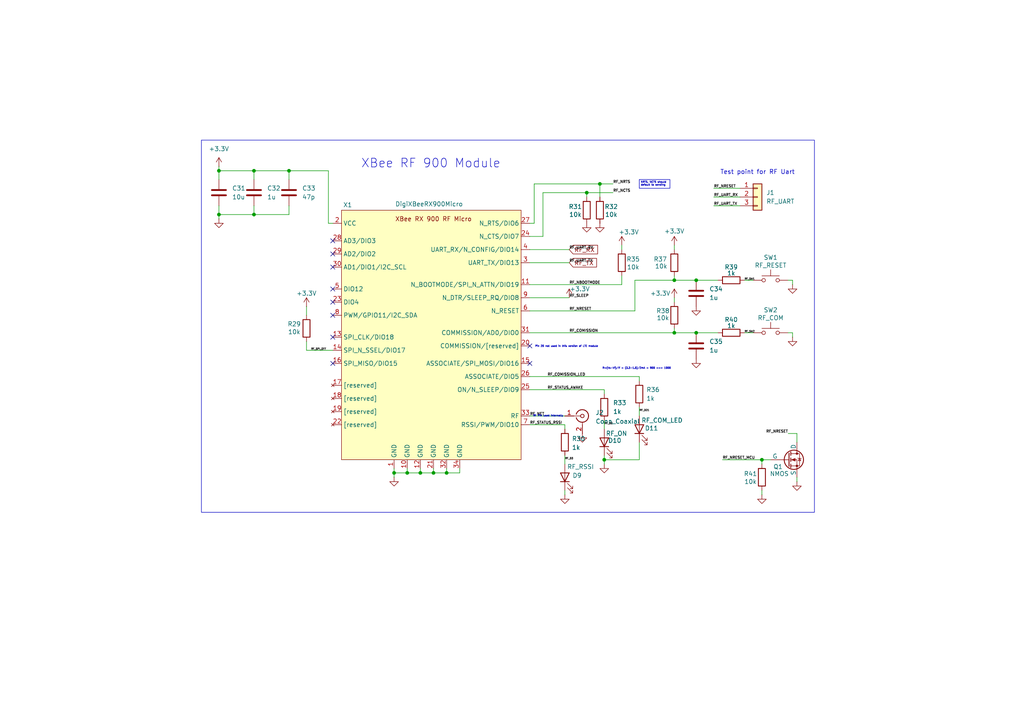
<source format=kicad_sch>
(kicad_sch
	(version 20250114)
	(generator "eeschema")
	(generator_version "9.0")
	(uuid "c098e53e-98a6-4f2b-8f49-e04955b9ba0c")
	(paper "A4")
	(lib_symbols
		(symbol "Connector:Conn_Coaxial"
			(pin_names
				(offset 1.016)
				(hide yes)
			)
			(exclude_from_sim no)
			(in_bom yes)
			(on_board yes)
			(property "Reference" "J"
				(at 0.254 3.048 0)
				(effects
					(font
						(size 1.27 1.27)
					)
				)
			)
			(property "Value" "Conn_Coaxial"
				(at 2.921 0 90)
				(effects
					(font
						(size 1.27 1.27)
					)
				)
			)
			(property "Footprint" ""
				(at 0 0 0)
				(effects
					(font
						(size 1.27 1.27)
					)
					(hide yes)
				)
			)
			(property "Datasheet" "~"
				(at 0 0 0)
				(effects
					(font
						(size 1.27 1.27)
					)
					(hide yes)
				)
			)
			(property "Description" "coaxial connector (BNC, SMA, SMB, SMC, Cinch/RCA, LEMO, ...)"
				(at 0 0 0)
				(effects
					(font
						(size 1.27 1.27)
					)
					(hide yes)
				)
			)
			(property "ki_keywords" "BNC SMA SMB SMC LEMO coaxial connector CINCH RCA MCX MMCX U.FL UMRF"
				(at 0 0 0)
				(effects
					(font
						(size 1.27 1.27)
					)
					(hide yes)
				)
			)
			(property "ki_fp_filters" "*BNC* *SMA* *SMB* *SMC* *Cinch* *LEMO* *UMRF* *MCX* *U.FL*"
				(at 0 0 0)
				(effects
					(font
						(size 1.27 1.27)
					)
					(hide yes)
				)
			)
			(symbol "Conn_Coaxial_0_1"
				(polyline
					(pts
						(xy -2.54 0) (xy -0.508 0)
					)
					(stroke
						(width 0)
						(type default)
					)
					(fill
						(type none)
					)
				)
				(arc
					(start 1.778 0)
					(mid 0.222 -1.8079)
					(end -1.778 -0.508)
					(stroke
						(width 0.254)
						(type default)
					)
					(fill
						(type none)
					)
				)
				(arc
					(start -1.778 0.508)
					(mid 0.2221 1.8084)
					(end 1.778 0)
					(stroke
						(width 0.254)
						(type default)
					)
					(fill
						(type none)
					)
				)
				(circle
					(center 0 0)
					(radius 0.508)
					(stroke
						(width 0.2032)
						(type default)
					)
					(fill
						(type none)
					)
				)
				(polyline
					(pts
						(xy 0 -2.54) (xy 0 -1.778)
					)
					(stroke
						(width 0)
						(type default)
					)
					(fill
						(type none)
					)
				)
			)
			(symbol "Conn_Coaxial_1_1"
				(pin passive line
					(at -5.08 0 0)
					(length 2.54)
					(name "In"
						(effects
							(font
								(size 1.27 1.27)
							)
						)
					)
					(number "1"
						(effects
							(font
								(size 1.27 1.27)
							)
						)
					)
				)
				(pin passive line
					(at 0 -5.08 90)
					(length 2.54)
					(name "Ext"
						(effects
							(font
								(size 1.27 1.27)
							)
						)
					)
					(number "2"
						(effects
							(font
								(size 1.27 1.27)
							)
						)
					)
				)
			)
			(embedded_fonts no)
		)
		(symbol "Connector_Generic:Conn_01x03"
			(pin_names
				(offset 1.016)
				(hide yes)
			)
			(exclude_from_sim no)
			(in_bom yes)
			(on_board yes)
			(property "Reference" "J"
				(at 0 5.08 0)
				(effects
					(font
						(size 1.27 1.27)
					)
				)
			)
			(property "Value" "Conn_01x03"
				(at 0 -5.08 0)
				(effects
					(font
						(size 1.27 1.27)
					)
				)
			)
			(property "Footprint" ""
				(at 0 0 0)
				(effects
					(font
						(size 1.27 1.27)
					)
					(hide yes)
				)
			)
			(property "Datasheet" "~"
				(at 0 0 0)
				(effects
					(font
						(size 1.27 1.27)
					)
					(hide yes)
				)
			)
			(property "Description" "Generic connector, single row, 01x03, script generated (kicad-library-utils/schlib/autogen/connector/)"
				(at 0 0 0)
				(effects
					(font
						(size 1.27 1.27)
					)
					(hide yes)
				)
			)
			(property "ki_keywords" "connector"
				(at 0 0 0)
				(effects
					(font
						(size 1.27 1.27)
					)
					(hide yes)
				)
			)
			(property "ki_fp_filters" "Connector*:*_1x??_*"
				(at 0 0 0)
				(effects
					(font
						(size 1.27 1.27)
					)
					(hide yes)
				)
			)
			(symbol "Conn_01x03_1_1"
				(rectangle
					(start -1.27 3.81)
					(end 1.27 -3.81)
					(stroke
						(width 0.254)
						(type default)
					)
					(fill
						(type background)
					)
				)
				(rectangle
					(start -1.27 2.667)
					(end 0 2.413)
					(stroke
						(width 0.1524)
						(type default)
					)
					(fill
						(type none)
					)
				)
				(rectangle
					(start -1.27 0.127)
					(end 0 -0.127)
					(stroke
						(width 0.1524)
						(type default)
					)
					(fill
						(type none)
					)
				)
				(rectangle
					(start -1.27 -2.413)
					(end 0 -2.667)
					(stroke
						(width 0.1524)
						(type default)
					)
					(fill
						(type none)
					)
				)
				(pin passive line
					(at -5.08 2.54 0)
					(length 3.81)
					(name "Pin_1"
						(effects
							(font
								(size 1.27 1.27)
							)
						)
					)
					(number "1"
						(effects
							(font
								(size 1.27 1.27)
							)
						)
					)
				)
				(pin passive line
					(at -5.08 0 0)
					(length 3.81)
					(name "Pin_2"
						(effects
							(font
								(size 1.27 1.27)
							)
						)
					)
					(number "2"
						(effects
							(font
								(size 1.27 1.27)
							)
						)
					)
				)
				(pin passive line
					(at -5.08 -2.54 0)
					(length 3.81)
					(name "Pin_3"
						(effects
							(font
								(size 1.27 1.27)
							)
						)
					)
					(number "3"
						(effects
							(font
								(size 1.27 1.27)
							)
						)
					)
				)
			)
			(embedded_fonts no)
		)
		(symbol "DataAcqLeaderBoard-Symbols:DigiXBeeRX900Micro"
			(exclude_from_sim no)
			(in_bom yes)
			(on_board yes)
			(property "Reference" "X"
				(at 0 37.338 0)
				(effects
					(font
						(size 1.27 1.27)
					)
				)
			)
			(property "Value" "DigiXBeeRX900Micro"
				(at -17.272 44.196 0)
				(effects
					(font
						(size 1.27 1.27)
					)
				)
			)
			(property "Footprint" ""
				(at -29.21 26.67 0)
				(effects
					(font
						(size 1.27 1.27)
					)
					(hide yes)
				)
			)
			(property "Datasheet" "https://fcc.report/FCC-ID/MCQ-XB9XR/7222310.pdf"
				(at -0.762 41.91 0)
				(effects
					(font
						(size 1.27 1.27)
					)
					(hide yes)
				)
			)
			(property "Description" ""
				(at -29.21 26.67 0)
				(effects
					(font
						(size 1.27 1.27)
					)
					(hide yes)
				)
			)
			(symbol "DigiXBeeRX900Micro_0_0"
				(pin power_in line
					(at -29.21 31.75 0)
					(length 2.54)
					(name "VCC"
						(effects
							(font
								(size 1.27 1.27)
							)
						)
					)
					(number "2"
						(effects
							(font
								(size 1.27 1.27)
							)
						)
					)
				)
				(pin bidirectional line
					(at -29.21 26.67 0)
					(length 2.54)
					(name "AD3/DIO3"
						(effects
							(font
								(size 1.27 1.27)
							)
						)
					)
					(number "28"
						(effects
							(font
								(size 1.27 1.27)
							)
						)
					)
				)
				(pin bidirectional line
					(at -29.21 22.86 0)
					(length 2.54)
					(name "AD2/DIO2"
						(effects
							(font
								(size 1.27 1.27)
							)
						)
					)
					(number "29"
						(effects
							(font
								(size 1.27 1.27)
							)
						)
					)
				)
				(pin bidirectional line
					(at -29.21 19.05 0)
					(length 2.54)
					(name "AD1/DIO1/I2C_SCL"
						(effects
							(font
								(size 1.27 1.27)
							)
						)
					)
					(number "30"
						(effects
							(font
								(size 1.27 1.27)
							)
						)
					)
				)
				(pin bidirectional line
					(at -29.21 12.7 0)
					(length 2.54)
					(name "DIO12"
						(effects
							(font
								(size 1.27 1.27)
							)
						)
					)
					(number "5"
						(effects
							(font
								(size 1.27 1.27)
							)
						)
					)
				)
				(pin bidirectional line
					(at -29.21 8.89 0)
					(length 2.54)
					(name "DIO4"
						(effects
							(font
								(size 1.27 1.27)
							)
						)
					)
					(number "23"
						(effects
							(font
								(size 1.27 1.27)
							)
						)
					)
				)
				(pin bidirectional line
					(at -29.21 5.08 0)
					(length 2.54)
					(name "PWM/GPIO11/I2C_SDA"
						(effects
							(font
								(size 1.27 1.27)
							)
						)
					)
					(number "8"
						(effects
							(font
								(size 1.27 1.27)
							)
						)
					)
				)
				(pin input line
					(at -29.21 -1.27 0)
					(length 2.54)
					(name "SPI_CLK/DIO18"
						(effects
							(font
								(size 1.27 1.27)
							)
						)
					)
					(number "13"
						(effects
							(font
								(size 1.27 1.27)
							)
						)
					)
				)
				(pin input line
					(at -29.21 -5.08 0)
					(length 2.54)
					(name "SPI_N_SSEL/DIO17"
						(effects
							(font
								(size 1.27 1.27)
							)
						)
					)
					(number "14"
						(effects
							(font
								(size 1.27 1.27)
							)
						)
					)
				)
				(pin output line
					(at -29.21 -8.89 0)
					(length 2.54)
					(name "SPI_MISO/DIO15"
						(effects
							(font
								(size 1.27 1.27)
							)
						)
					)
					(number "16"
						(effects
							(font
								(size 1.27 1.27)
							)
						)
					)
				)
				(pin no_connect line
					(at -29.21 -15.24 0)
					(length 2.54)
					(name "[reserved]"
						(effects
							(font
								(size 1.27 1.27)
							)
						)
					)
					(number "17"
						(effects
							(font
								(size 1.27 1.27)
							)
						)
					)
				)
				(pin no_connect line
					(at -29.21 -19.05 0)
					(length 2.54)
					(name "[reserved]"
						(effects
							(font
								(size 1.27 1.27)
							)
						)
					)
					(number "18"
						(effects
							(font
								(size 1.27 1.27)
							)
						)
					)
				)
				(pin no_connect line
					(at -29.21 -22.86 0)
					(length 2.54)
					(name "[reserved]"
						(effects
							(font
								(size 1.27 1.27)
							)
						)
					)
					(number "19"
						(effects
							(font
								(size 1.27 1.27)
							)
						)
					)
				)
				(pin no_connect line
					(at -29.21 -26.67 0)
					(length 2.54)
					(name "[reserved]"
						(effects
							(font
								(size 1.27 1.27)
							)
						)
					)
					(number "22"
						(effects
							(font
								(size 1.27 1.27)
							)
						)
					)
				)
				(pin power_in line
					(at -11.43 -39.37 90)
					(length 2.54)
					(name "GND"
						(effects
							(font
								(size 1.27 1.27)
							)
						)
					)
					(number "1"
						(effects
							(font
								(size 1.27 1.27)
							)
						)
					)
				)
				(pin power_in line
					(at -7.62 -39.37 90)
					(length 2.54)
					(name "GND"
						(effects
							(font
								(size 1.27 1.27)
							)
						)
					)
					(number "10"
						(effects
							(font
								(size 1.27 1.27)
							)
						)
					)
				)
				(pin power_in line
					(at -3.81 -39.37 90)
					(length 2.54)
					(name "GND"
						(effects
							(font
								(size 1.27 1.27)
							)
						)
					)
					(number "12"
						(effects
							(font
								(size 1.27 1.27)
							)
						)
					)
				)
				(pin power_in line
					(at 0 -39.37 90)
					(length 2.54)
					(name "GND"
						(effects
							(font
								(size 1.27 1.27)
							)
						)
					)
					(number "21"
						(effects
							(font
								(size 1.27 1.27)
							)
						)
					)
				)
				(pin power_in line
					(at 3.81 -39.37 90)
					(length 2.54)
					(name "GND"
						(effects
							(font
								(size 1.27 1.27)
							)
						)
					)
					(number "32"
						(effects
							(font
								(size 1.27 1.27)
							)
						)
					)
				)
				(pin power_in line
					(at 7.62 -39.37 90)
					(length 2.54)
					(name "GND"
						(effects
							(font
								(size 1.27 1.27)
							)
						)
					)
					(number "34"
						(effects
							(font
								(size 1.27 1.27)
							)
						)
					)
				)
				(pin input line
					(at 27.94 31.75 180)
					(length 2.54)
					(name "N_RTS/DIO6"
						(effects
							(font
								(size 1.27 1.27)
							)
						)
					)
					(number "27"
						(effects
							(font
								(size 1.27 1.27)
							)
						)
					)
				)
				(pin output line
					(at 27.94 27.94 180)
					(length 2.54)
					(name "N_CTS/DIO7"
						(effects
							(font
								(size 1.27 1.27)
							)
						)
					)
					(number "24"
						(effects
							(font
								(size 1.27 1.27)
							)
						)
					)
				)
				(pin bidirectional line
					(at 27.94 24.13 180)
					(length 2.54)
					(name "UART_RX/N_CONFIG/DIO14"
						(effects
							(font
								(size 1.27 1.27)
							)
						)
					)
					(number "4"
						(effects
							(font
								(size 1.27 1.27)
							)
						)
					)
				)
				(pin bidirectional line
					(at 27.94 20.32 180)
					(length 2.54)
					(name "UART_TX/DIO13"
						(effects
							(font
								(size 1.27 1.27)
							)
						)
					)
					(number "3"
						(effects
							(font
								(size 1.27 1.27)
							)
						)
					)
				)
				(pin output line
					(at 27.94 13.97 180)
					(length 2.54)
					(name "N_BOOTMODE/SPI_N_ATTN/DIO19"
						(effects
							(font
								(size 1.27 1.27)
							)
						)
					)
					(number "11"
						(effects
							(font
								(size 1.27 1.27)
							)
						)
					)
				)
				(pin bidirectional line
					(at 27.94 10.16 180)
					(length 2.54)
					(name "N_DTR/SLEEP_RQ/DIO8"
						(effects
							(font
								(size 1.27 1.27)
							)
						)
					)
					(number "9"
						(effects
							(font
								(size 1.27 1.27)
							)
						)
					)
				)
				(pin input line
					(at 27.94 6.35 180)
					(length 2.54)
					(name "N_RESET"
						(effects
							(font
								(size 1.27 1.27)
							)
						)
					)
					(number "6"
						(effects
							(font
								(size 1.27 1.27)
							)
						)
					)
				)
				(pin input line
					(at 27.94 0 180)
					(length 2.54)
					(name "COMMISSION/AD0/DIO0"
						(effects
							(font
								(size 1.27 1.27)
							)
						)
					)
					(number "31"
						(effects
							(font
								(size 1.27 1.27)
							)
						)
					)
				)
				(pin input line
					(at 27.94 -3.81 180)
					(length 2.54)
					(name "COMMISSION/[reserved]"
						(effects
							(font
								(size 1.27 1.27)
							)
						)
					)
					(number "20"
						(effects
							(font
								(size 1.27 1.27)
							)
						)
					)
				)
				(pin input line
					(at 27.94 -8.89 180)
					(length 2.54)
					(name "ASSOCIATE/SPI_MOSI/DIO16"
						(effects
							(font
								(size 1.27 1.27)
							)
						)
					)
					(number "15"
						(effects
							(font
								(size 1.27 1.27)
							)
						)
					)
				)
				(pin output line
					(at 27.94 -12.7 180)
					(length 2.54)
					(name "ASSOCIATE/DIO5"
						(effects
							(font
								(size 1.27 1.27)
							)
						)
					)
					(number "26"
						(effects
							(font
								(size 1.27 1.27)
							)
						)
					)
				)
				(pin output line
					(at 27.94 -16.51 180)
					(length 2.54)
					(name "ON/N_SLEEP/DIO9"
						(effects
							(font
								(size 1.27 1.27)
							)
						)
					)
					(number "25"
						(effects
							(font
								(size 1.27 1.27)
							)
						)
					)
				)
				(pin bidirectional line
					(at 27.94 -24.13 180)
					(length 2.54)
					(name "RF"
						(effects
							(font
								(size 1.27 1.27)
							)
						)
					)
					(number "33"
						(effects
							(font
								(size 1.27 1.27)
							)
						)
					)
				)
				(pin bidirectional line
					(at 27.94 -26.67 180)
					(length 2.54)
					(name "RSSI/PWM/DIO10"
						(effects
							(font
								(size 1.27 1.27)
							)
						)
					)
					(number "7"
						(effects
							(font
								(size 1.27 1.27)
							)
						)
					)
				)
			)
			(symbol "DigiXBeeRX900Micro_1_1"
				(polyline
					(pts
						(xy -2.54 35.56) (xy 25.4 35.56) (xy 25.4 -36.83) (xy -26.67 -36.83) (xy -26.67 35.56) (xy -2.54 35.56)
					)
					(stroke
						(width 0)
						(type default)
					)
					(fill
						(type background)
					)
				)
				(text "XBee RX 900 RF Micro"
					(at 0 33.02 0)
					(effects
						(font
							(size 1.27 1.27)
						)
					)
				)
			)
			(embedded_fonts no)
		)
		(symbol "Device:C"
			(pin_numbers
				(hide yes)
			)
			(pin_names
				(offset 0.254)
			)
			(exclude_from_sim no)
			(in_bom yes)
			(on_board yes)
			(property "Reference" "C"
				(at 0.635 2.54 0)
				(effects
					(font
						(size 1.27 1.27)
					)
					(justify left)
				)
			)
			(property "Value" "C"
				(at 0.635 -2.54 0)
				(effects
					(font
						(size 1.27 1.27)
					)
					(justify left)
				)
			)
			(property "Footprint" ""
				(at 0.9652 -3.81 0)
				(effects
					(font
						(size 1.27 1.27)
					)
					(hide yes)
				)
			)
			(property "Datasheet" "~"
				(at 0 0 0)
				(effects
					(font
						(size 1.27 1.27)
					)
					(hide yes)
				)
			)
			(property "Description" "Unpolarized capacitor"
				(at 0 0 0)
				(effects
					(font
						(size 1.27 1.27)
					)
					(hide yes)
				)
			)
			(property "ki_keywords" "cap capacitor"
				(at 0 0 0)
				(effects
					(font
						(size 1.27 1.27)
					)
					(hide yes)
				)
			)
			(property "ki_fp_filters" "C_*"
				(at 0 0 0)
				(effects
					(font
						(size 1.27 1.27)
					)
					(hide yes)
				)
			)
			(symbol "C_0_1"
				(polyline
					(pts
						(xy -2.032 0.762) (xy 2.032 0.762)
					)
					(stroke
						(width 0.508)
						(type default)
					)
					(fill
						(type none)
					)
				)
				(polyline
					(pts
						(xy -2.032 -0.762) (xy 2.032 -0.762)
					)
					(stroke
						(width 0.508)
						(type default)
					)
					(fill
						(type none)
					)
				)
			)
			(symbol "C_1_1"
				(pin passive line
					(at 0 3.81 270)
					(length 2.794)
					(name "~"
						(effects
							(font
								(size 1.27 1.27)
							)
						)
					)
					(number "1"
						(effects
							(font
								(size 1.27 1.27)
							)
						)
					)
				)
				(pin passive line
					(at 0 -3.81 90)
					(length 2.794)
					(name "~"
						(effects
							(font
								(size 1.27 1.27)
							)
						)
					)
					(number "2"
						(effects
							(font
								(size 1.27 1.27)
							)
						)
					)
				)
			)
			(embedded_fonts no)
		)
		(symbol "Device:LED"
			(pin_numbers
				(hide yes)
			)
			(pin_names
				(offset 1.016)
				(hide yes)
			)
			(exclude_from_sim no)
			(in_bom yes)
			(on_board yes)
			(property "Reference" "D"
				(at 0 2.54 0)
				(effects
					(font
						(size 1.27 1.27)
					)
				)
			)
			(property "Value" "LED"
				(at 0 -2.54 0)
				(effects
					(font
						(size 1.27 1.27)
					)
				)
			)
			(property "Footprint" ""
				(at 0 0 0)
				(effects
					(font
						(size 1.27 1.27)
					)
					(hide yes)
				)
			)
			(property "Datasheet" "~"
				(at 0 0 0)
				(effects
					(font
						(size 1.27 1.27)
					)
					(hide yes)
				)
			)
			(property "Description" "Light emitting diode"
				(at 0 0 0)
				(effects
					(font
						(size 1.27 1.27)
					)
					(hide yes)
				)
			)
			(property "ki_keywords" "LED diode"
				(at 0 0 0)
				(effects
					(font
						(size 1.27 1.27)
					)
					(hide yes)
				)
			)
			(property "ki_fp_filters" "LED* LED_SMD:* LED_THT:*"
				(at 0 0 0)
				(effects
					(font
						(size 1.27 1.27)
					)
					(hide yes)
				)
			)
			(symbol "LED_0_1"
				(polyline
					(pts
						(xy -3.048 -0.762) (xy -4.572 -2.286) (xy -3.81 -2.286) (xy -4.572 -2.286) (xy -4.572 -1.524)
					)
					(stroke
						(width 0)
						(type default)
					)
					(fill
						(type none)
					)
				)
				(polyline
					(pts
						(xy -1.778 -0.762) (xy -3.302 -2.286) (xy -2.54 -2.286) (xy -3.302 -2.286) (xy -3.302 -1.524)
					)
					(stroke
						(width 0)
						(type default)
					)
					(fill
						(type none)
					)
				)
				(polyline
					(pts
						(xy -1.27 0) (xy 1.27 0)
					)
					(stroke
						(width 0)
						(type default)
					)
					(fill
						(type none)
					)
				)
				(polyline
					(pts
						(xy -1.27 -1.27) (xy -1.27 1.27)
					)
					(stroke
						(width 0.254)
						(type default)
					)
					(fill
						(type none)
					)
				)
				(polyline
					(pts
						(xy 1.27 -1.27) (xy 1.27 1.27) (xy -1.27 0) (xy 1.27 -1.27)
					)
					(stroke
						(width 0.254)
						(type default)
					)
					(fill
						(type none)
					)
				)
			)
			(symbol "LED_1_1"
				(pin passive line
					(at -3.81 0 0)
					(length 2.54)
					(name "K"
						(effects
							(font
								(size 1.27 1.27)
							)
						)
					)
					(number "1"
						(effects
							(font
								(size 1.27 1.27)
							)
						)
					)
				)
				(pin passive line
					(at 3.81 0 180)
					(length 2.54)
					(name "A"
						(effects
							(font
								(size 1.27 1.27)
							)
						)
					)
					(number "2"
						(effects
							(font
								(size 1.27 1.27)
							)
						)
					)
				)
			)
			(embedded_fonts no)
		)
		(symbol "Device:R"
			(pin_numbers
				(hide yes)
			)
			(pin_names
				(offset 0)
			)
			(exclude_from_sim no)
			(in_bom yes)
			(on_board yes)
			(property "Reference" "R"
				(at 2.032 0 90)
				(effects
					(font
						(size 1.27 1.27)
					)
				)
			)
			(property "Value" "R"
				(at 0 0 90)
				(effects
					(font
						(size 1.27 1.27)
					)
				)
			)
			(property "Footprint" ""
				(at -1.778 0 90)
				(effects
					(font
						(size 1.27 1.27)
					)
					(hide yes)
				)
			)
			(property "Datasheet" "~"
				(at 0 0 0)
				(effects
					(font
						(size 1.27 1.27)
					)
					(hide yes)
				)
			)
			(property "Description" "Resistor"
				(at 0 0 0)
				(effects
					(font
						(size 1.27 1.27)
					)
					(hide yes)
				)
			)
			(property "ki_keywords" "R res resistor"
				(at 0 0 0)
				(effects
					(font
						(size 1.27 1.27)
					)
					(hide yes)
				)
			)
			(property "ki_fp_filters" "R_*"
				(at 0 0 0)
				(effects
					(font
						(size 1.27 1.27)
					)
					(hide yes)
				)
			)
			(symbol "R_0_1"
				(rectangle
					(start -1.016 -2.54)
					(end 1.016 2.54)
					(stroke
						(width 0.254)
						(type default)
					)
					(fill
						(type none)
					)
				)
			)
			(symbol "R_1_1"
				(pin passive line
					(at 0 3.81 270)
					(length 1.27)
					(name "~"
						(effects
							(font
								(size 1.27 1.27)
							)
						)
					)
					(number "1"
						(effects
							(font
								(size 1.27 1.27)
							)
						)
					)
				)
				(pin passive line
					(at 0 -3.81 90)
					(length 1.27)
					(name "~"
						(effects
							(font
								(size 1.27 1.27)
							)
						)
					)
					(number "2"
						(effects
							(font
								(size 1.27 1.27)
							)
						)
					)
				)
			)
			(embedded_fonts no)
		)
		(symbol "Simulation_SPICE:NMOS"
			(pin_numbers
				(hide yes)
			)
			(pin_names
				(offset 0)
			)
			(exclude_from_sim no)
			(in_bom yes)
			(on_board yes)
			(property "Reference" "Q"
				(at 5.08 1.27 0)
				(effects
					(font
						(size 1.27 1.27)
					)
					(justify left)
				)
			)
			(property "Value" "NMOS"
				(at 5.08 -1.27 0)
				(effects
					(font
						(size 1.27 1.27)
					)
					(justify left)
				)
			)
			(property "Footprint" ""
				(at 5.08 2.54 0)
				(effects
					(font
						(size 1.27 1.27)
					)
					(hide yes)
				)
			)
			(property "Datasheet" "https://ngspice.sourceforge.io/docs/ngspice-html-manual/manual.xhtml#cha_MOSFETs"
				(at 0 -12.7 0)
				(effects
					(font
						(size 1.27 1.27)
					)
					(hide yes)
				)
			)
			(property "Description" "N-MOSFET transistor, drain/source/gate"
				(at 0 0 0)
				(effects
					(font
						(size 1.27 1.27)
					)
					(hide yes)
				)
			)
			(property "Sim.Device" "NMOS"
				(at 0 -17.145 0)
				(effects
					(font
						(size 1.27 1.27)
					)
					(hide yes)
				)
			)
			(property "Sim.Type" "VDMOS"
				(at 0 -19.05 0)
				(effects
					(font
						(size 1.27 1.27)
					)
					(hide yes)
				)
			)
			(property "Sim.Pins" "1=D 2=G 3=S"
				(at 0 -15.24 0)
				(effects
					(font
						(size 1.27 1.27)
					)
					(hide yes)
				)
			)
			(property "ki_keywords" "transistor NMOS N-MOS N-MOSFET simulation"
				(at 0 0 0)
				(effects
					(font
						(size 1.27 1.27)
					)
					(hide yes)
				)
			)
			(symbol "NMOS_0_1"
				(polyline
					(pts
						(xy 0.254 1.905) (xy 0.254 -1.905)
					)
					(stroke
						(width 0.254)
						(type default)
					)
					(fill
						(type none)
					)
				)
				(polyline
					(pts
						(xy 0.254 0) (xy -2.54 0)
					)
					(stroke
						(width 0)
						(type default)
					)
					(fill
						(type none)
					)
				)
				(polyline
					(pts
						(xy 0.762 2.286) (xy 0.762 1.27)
					)
					(stroke
						(width 0.254)
						(type default)
					)
					(fill
						(type none)
					)
				)
				(polyline
					(pts
						(xy 0.762 0.508) (xy 0.762 -0.508)
					)
					(stroke
						(width 0.254)
						(type default)
					)
					(fill
						(type none)
					)
				)
				(polyline
					(pts
						(xy 0.762 -1.27) (xy 0.762 -2.286)
					)
					(stroke
						(width 0.254)
						(type default)
					)
					(fill
						(type none)
					)
				)
				(polyline
					(pts
						(xy 0.762 -1.778) (xy 3.302 -1.778) (xy 3.302 1.778) (xy 0.762 1.778)
					)
					(stroke
						(width 0)
						(type default)
					)
					(fill
						(type none)
					)
				)
				(polyline
					(pts
						(xy 1.016 0) (xy 2.032 0.381) (xy 2.032 -0.381) (xy 1.016 0)
					)
					(stroke
						(width 0)
						(type default)
					)
					(fill
						(type outline)
					)
				)
				(circle
					(center 1.651 0)
					(radius 2.794)
					(stroke
						(width 0.254)
						(type default)
					)
					(fill
						(type none)
					)
				)
				(polyline
					(pts
						(xy 2.54 2.54) (xy 2.54 1.778)
					)
					(stroke
						(width 0)
						(type default)
					)
					(fill
						(type none)
					)
				)
				(circle
					(center 2.54 1.778)
					(radius 0.254)
					(stroke
						(width 0)
						(type default)
					)
					(fill
						(type outline)
					)
				)
				(circle
					(center 2.54 -1.778)
					(radius 0.254)
					(stroke
						(width 0)
						(type default)
					)
					(fill
						(type outline)
					)
				)
				(polyline
					(pts
						(xy 2.54 -2.54) (xy 2.54 0) (xy 0.762 0)
					)
					(stroke
						(width 0)
						(type default)
					)
					(fill
						(type none)
					)
				)
				(polyline
					(pts
						(xy 2.794 0.508) (xy 2.921 0.381) (xy 3.683 0.381) (xy 3.81 0.254)
					)
					(stroke
						(width 0)
						(type default)
					)
					(fill
						(type none)
					)
				)
				(polyline
					(pts
						(xy 3.302 0.381) (xy 2.921 -0.254) (xy 3.683 -0.254) (xy 3.302 0.381)
					)
					(stroke
						(width 0)
						(type default)
					)
					(fill
						(type none)
					)
				)
			)
			(symbol "NMOS_1_1"
				(pin input line
					(at -5.08 0 0)
					(length 2.54)
					(name "G"
						(effects
							(font
								(size 1.27 1.27)
							)
						)
					)
					(number "2"
						(effects
							(font
								(size 1.27 1.27)
							)
						)
					)
				)
				(pin passive line
					(at 2.54 5.08 270)
					(length 2.54)
					(name "D"
						(effects
							(font
								(size 1.27 1.27)
							)
						)
					)
					(number "1"
						(effects
							(font
								(size 1.27 1.27)
							)
						)
					)
				)
				(pin passive line
					(at 2.54 -5.08 90)
					(length 2.54)
					(name "S"
						(effects
							(font
								(size 1.27 1.27)
							)
						)
					)
					(number "3"
						(effects
							(font
								(size 1.27 1.27)
							)
						)
					)
				)
			)
			(embedded_fonts no)
		)
		(symbol "Switch:SW_Push"
			(pin_numbers
				(hide yes)
			)
			(pin_names
				(offset 1.016)
				(hide yes)
			)
			(exclude_from_sim no)
			(in_bom yes)
			(on_board yes)
			(property "Reference" "SW"
				(at 1.27 2.54 0)
				(effects
					(font
						(size 1.27 1.27)
					)
					(justify left)
				)
			)
			(property "Value" "SW_Push"
				(at 0 -1.524 0)
				(effects
					(font
						(size 1.27 1.27)
					)
				)
			)
			(property "Footprint" ""
				(at 0 5.08 0)
				(effects
					(font
						(size 1.27 1.27)
					)
					(hide yes)
				)
			)
			(property "Datasheet" "~"
				(at 0 5.08 0)
				(effects
					(font
						(size 1.27 1.27)
					)
					(hide yes)
				)
			)
			(property "Description" "Push button switch, generic, two pins"
				(at 0 0 0)
				(effects
					(font
						(size 1.27 1.27)
					)
					(hide yes)
				)
			)
			(property "ki_keywords" "switch normally-open pushbutton push-button"
				(at 0 0 0)
				(effects
					(font
						(size 1.27 1.27)
					)
					(hide yes)
				)
			)
			(symbol "SW_Push_0_1"
				(circle
					(center -2.032 0)
					(radius 0.508)
					(stroke
						(width 0)
						(type default)
					)
					(fill
						(type none)
					)
				)
				(polyline
					(pts
						(xy 0 1.27) (xy 0 3.048)
					)
					(stroke
						(width 0)
						(type default)
					)
					(fill
						(type none)
					)
				)
				(circle
					(center 2.032 0)
					(radius 0.508)
					(stroke
						(width 0)
						(type default)
					)
					(fill
						(type none)
					)
				)
				(polyline
					(pts
						(xy 2.54 1.27) (xy -2.54 1.27)
					)
					(stroke
						(width 0)
						(type default)
					)
					(fill
						(type none)
					)
				)
				(pin passive line
					(at -5.08 0 0)
					(length 2.54)
					(name "1"
						(effects
							(font
								(size 1.27 1.27)
							)
						)
					)
					(number "1"
						(effects
							(font
								(size 1.27 1.27)
							)
						)
					)
				)
				(pin passive line
					(at 5.08 0 180)
					(length 2.54)
					(name "2"
						(effects
							(font
								(size 1.27 1.27)
							)
						)
					)
					(number "2"
						(effects
							(font
								(size 1.27 1.27)
							)
						)
					)
				)
			)
			(embedded_fonts no)
		)
		(symbol "power:+3.3V"
			(power)
			(pin_numbers
				(hide yes)
			)
			(pin_names
				(offset 0)
				(hide yes)
			)
			(exclude_from_sim no)
			(in_bom yes)
			(on_board yes)
			(property "Reference" "#PWR"
				(at 0 -3.81 0)
				(effects
					(font
						(size 1.27 1.27)
					)
					(hide yes)
				)
			)
			(property "Value" "+3.3V"
				(at 0 3.556 0)
				(effects
					(font
						(size 1.27 1.27)
					)
				)
			)
			(property "Footprint" ""
				(at 0 0 0)
				(effects
					(font
						(size 1.27 1.27)
					)
					(hide yes)
				)
			)
			(property "Datasheet" ""
				(at 0 0 0)
				(effects
					(font
						(size 1.27 1.27)
					)
					(hide yes)
				)
			)
			(property "Description" "Power symbol creates a global label with name \"+3.3V\""
				(at 0 0 0)
				(effects
					(font
						(size 1.27 1.27)
					)
					(hide yes)
				)
			)
			(property "ki_keywords" "global power"
				(at 0 0 0)
				(effects
					(font
						(size 1.27 1.27)
					)
					(hide yes)
				)
			)
			(symbol "+3.3V_0_1"
				(polyline
					(pts
						(xy -0.762 1.27) (xy 0 2.54)
					)
					(stroke
						(width 0)
						(type default)
					)
					(fill
						(type none)
					)
				)
				(polyline
					(pts
						(xy 0 2.54) (xy 0.762 1.27)
					)
					(stroke
						(width 0)
						(type default)
					)
					(fill
						(type none)
					)
				)
				(polyline
					(pts
						(xy 0 0) (xy 0 2.54)
					)
					(stroke
						(width 0)
						(type default)
					)
					(fill
						(type none)
					)
				)
			)
			(symbol "+3.3V_1_1"
				(pin power_in line
					(at 0 0 90)
					(length 0)
					(name "~"
						(effects
							(font
								(size 1.27 1.27)
							)
						)
					)
					(number "1"
						(effects
							(font
								(size 1.27 1.27)
							)
						)
					)
				)
			)
			(embedded_fonts no)
		)
		(symbol "power:GND"
			(power)
			(pin_numbers
				(hide yes)
			)
			(pin_names
				(offset 0)
				(hide yes)
			)
			(exclude_from_sim no)
			(in_bom yes)
			(on_board yes)
			(property "Reference" "#PWR"
				(at 0 -6.35 0)
				(effects
					(font
						(size 1.27 1.27)
					)
					(hide yes)
				)
			)
			(property "Value" "GND"
				(at 0 -3.81 0)
				(effects
					(font
						(size 1.27 1.27)
					)
				)
			)
			(property "Footprint" ""
				(at 0 0 0)
				(effects
					(font
						(size 1.27 1.27)
					)
					(hide yes)
				)
			)
			(property "Datasheet" ""
				(at 0 0 0)
				(effects
					(font
						(size 1.27 1.27)
					)
					(hide yes)
				)
			)
			(property "Description" "Power symbol creates a global label with name \"GND\" , ground"
				(at 0 0 0)
				(effects
					(font
						(size 1.27 1.27)
					)
					(hide yes)
				)
			)
			(property "ki_keywords" "global power"
				(at 0 0 0)
				(effects
					(font
						(size 1.27 1.27)
					)
					(hide yes)
				)
			)
			(symbol "GND_0_1"
				(polyline
					(pts
						(xy 0 0) (xy 0 -1.27) (xy 1.27 -1.27) (xy 0 -2.54) (xy -1.27 -1.27) (xy 0 -1.27)
					)
					(stroke
						(width 0)
						(type default)
					)
					(fill
						(type none)
					)
				)
			)
			(symbol "GND_1_1"
				(pin power_in line
					(at 0 0 270)
					(length 0)
					(name "~"
						(effects
							(font
								(size 1.27 1.27)
							)
						)
					)
					(number "1"
						(effects
							(font
								(size 1.27 1.27)
							)
						)
					)
				)
			)
			(embedded_fonts no)
		)
	)
	(rectangle
		(start 58.42 40.64)
		(end 236.22 148.59)
		(stroke
			(width 0)
			(type default)
		)
		(fill
			(type none)
		)
		(uuid 1c1cbbea-239c-4a70-ae1a-69a5e2550abd)
	)
	(text "Pin 20 not used in this version of LTE module"
		(exclude_from_sim no)
		(at 164.338 100.584 0)
		(effects
			(font
				(size 0.508 0.508)
			)
		)
		(uuid "25d5c787-f0ec-470d-842d-c0e9af160319")
	)
	(text "R=(Vs-Vf)/If = (3.3-1.5)/2mA = 900 ==> 1000"
		(exclude_from_sim no)
		(at 184.658 106.934 0)
		(effects
			(font
				(size 0.508 0.508)
			)
		)
		(uuid "bdfe8722-9209-4e50-afaf-0019adb81a48")
	)
	(text "Test point for RF Uart\n"
		(exclude_from_sim no)
		(at 219.71 50.038 0)
		(effects
			(font
				(size 1.27 1.27)
			)
		)
		(uuid "cd183820-3b49-4838-a165-79bfe580ac22")
	)
	(text "RF Pin used internally\n\n"
		(exclude_from_sim no)
		(at 159.004 121.158 0)
		(effects
			(font
				(size 0.508 0.508)
			)
		)
		(uuid "f1c3fbfa-d3fa-449d-bf08-9b29daa779a8")
	)
	(text "XBee RF 900 Module"
		(exclude_from_sim no)
		(at 124.968 47.498 0)
		(effects
			(font
				(size 2.54 2.54)
			)
		)
		(uuid "ff029839-edc1-4713-bd44-2fcc7db0ceb6")
	)
	(text_box "NRTS, NCTS should default to sending"
		(exclude_from_sim no)
		(at 185.42 52.07 0)
		(size 8.89 2.54)
		(margins 0.381 0.381 0.381 0.381)
		(stroke
			(width 0)
			(type default)
		)
		(fill
			(type none)
		)
		(effects
			(font
				(size 0.508 0.508)
			)
			(justify left top)
		)
		(uuid "96017588-2146-43c1-8000-00434e1fe961")
	)
	(junction
		(at 201.93 96.52)
		(diameter 0)
		(color 0 0 0 0)
		(uuid "0327a297-fc99-4e57-ac3e-111f58269c9c")
	)
	(junction
		(at 195.58 96.52)
		(diameter 0)
		(color 0 0 0 0)
		(uuid "09985fc3-3425-4589-b26b-2a7b91cc37e4")
	)
	(junction
		(at 220.98 133.35)
		(diameter 0)
		(color 0 0 0 0)
		(uuid "0c19c8f1-35d7-4a40-9421-2d894953f0b5")
	)
	(junction
		(at 195.58 81.28)
		(diameter 0)
		(color 0 0 0 0)
		(uuid "2bac09df-f2e1-403e-9c49-dfcf13218597")
	)
	(junction
		(at 63.5 62.23)
		(diameter 0)
		(color 0 0 0 0)
		(uuid "2d97474f-8104-4e8c-ad21-1ef1beca4f5f")
	)
	(junction
		(at 114.3 137.16)
		(diameter 0)
		(color 0 0 0 0)
		(uuid "2e186b91-6086-4020-bc15-96a0a46dc6ff")
	)
	(junction
		(at 175.26 133.35)
		(diameter 0)
		(color 0 0 0 0)
		(uuid "37973a49-be89-49d0-aed7-feb04b975559")
	)
	(junction
		(at 121.92 137.16)
		(diameter 0)
		(color 0 0 0 0)
		(uuid "42b58e08-8c8e-45b2-8e7b-0e31f2283bea")
	)
	(junction
		(at 118.11 137.16)
		(diameter 0)
		(color 0 0 0 0)
		(uuid "6647fe10-788a-48f3-a01b-0145f4fa7734")
	)
	(junction
		(at 170.18 55.88)
		(diameter 0)
		(color 0 0 0 0)
		(uuid "69cef073-90e7-4edb-9e2c-e4dd59e58caf")
	)
	(junction
		(at 125.73 137.16)
		(diameter 0)
		(color 0 0 0 0)
		(uuid "6ef8166d-e977-4079-9d78-61a15de6eb1d")
	)
	(junction
		(at 173.99 53.34)
		(diameter 0)
		(color 0 0 0 0)
		(uuid "713f0b6e-f646-49b9-9456-706d9a26ea31")
	)
	(junction
		(at 73.66 49.53)
		(diameter 0)
		(color 0 0 0 0)
		(uuid "78505e71-08f4-42df-b0c6-07245bc4c29e")
	)
	(junction
		(at 201.93 81.28)
		(diameter 0)
		(color 0 0 0 0)
		(uuid "7ce0b0d1-a46e-41d4-999b-310248311abf")
	)
	(junction
		(at 73.66 62.23)
		(diameter 0)
		(color 0 0 0 0)
		(uuid "95ec8929-0268-4f35-b1ee-2de7d637f7d2")
	)
	(junction
		(at 83.82 49.53)
		(diameter 0)
		(color 0 0 0 0)
		(uuid "b6de9681-f3b2-4432-88ce-26c26762707e")
	)
	(junction
		(at 63.5 49.53)
		(diameter 0)
		(color 0 0 0 0)
		(uuid "cfa51bcc-a3a2-4833-9768-778274f6c975")
	)
	(junction
		(at 129.54 137.16)
		(diameter 0)
		(color 0 0 0 0)
		(uuid "f687763a-90b8-41f1-8a53-f95162e9049a")
	)
	(no_connect
		(at 153.67 105.41)
		(uuid "00ecf1de-e806-43ad-a608-3c5a1ef9204e")
	)
	(no_connect
		(at 153.67 100.33)
		(uuid "35598853-7299-416f-800f-b82cc8b3a99d")
	)
	(no_connect
		(at 96.52 87.63)
		(uuid "365527fc-2f4e-4e58-a8a8-8b67d70e01c0")
	)
	(no_connect
		(at 96.52 83.82)
		(uuid "3f94afdf-0559-472c-8d1a-de2544b375b1")
	)
	(no_connect
		(at 96.52 73.66)
		(uuid "8aa33734-154d-4485-b818-9afb86297d12")
	)
	(no_connect
		(at 96.52 105.41)
		(uuid "8dd1210f-980d-4b4e-babe-dbb215169104")
	)
	(no_connect
		(at 96.52 77.47)
		(uuid "90506700-7eba-41e7-8add-518ecc666345")
	)
	(no_connect
		(at 96.52 97.79)
		(uuid "b288c2d6-7cbb-4eda-b9b7-bdd4912186a0")
	)
	(no_connect
		(at 96.52 69.85)
		(uuid "f3623fd7-67a8-487e-9127-b9fbe3369d2f")
	)
	(no_connect
		(at 96.52 91.44)
		(uuid "f8b1b54d-34d0-41ed-87f0-32a9aadd2cbc")
	)
	(wire
		(pts
			(xy 170.18 55.88) (xy 177.8 55.88)
		)
		(stroke
			(width 0)
			(type default)
		)
		(uuid "05a1812c-8888-48fd-80dc-5f94513320ea")
	)
	(wire
		(pts
			(xy 129.54 135.89) (xy 129.54 137.16)
		)
		(stroke
			(width 0)
			(type default)
		)
		(uuid "075a4176-32e7-405b-a317-f360033f3344")
	)
	(wire
		(pts
			(xy 180.34 72.39) (xy 180.34 71.12)
		)
		(stroke
			(width 0)
			(type default)
		)
		(uuid "0bc83b6e-fba3-4e12-83b4-92e52a661173")
	)
	(wire
		(pts
			(xy 153.67 76.2) (xy 165.1 76.2)
		)
		(stroke
			(width 0)
			(type default)
		)
		(uuid "0f05f1d3-0698-4dbc-a751-f86e5e87f577")
	)
	(wire
		(pts
			(xy 114.3 135.89) (xy 114.3 137.16)
		)
		(stroke
			(width 0)
			(type default)
		)
		(uuid "11c2d393-2cca-4fdf-a642-3940c77b4bb6")
	)
	(wire
		(pts
			(xy 195.58 81.28) (xy 201.93 81.28)
		)
		(stroke
			(width 0)
			(type default)
		)
		(uuid "1d4f02fe-af74-4dfb-ac81-7249d3f45aa7")
	)
	(wire
		(pts
			(xy 229.87 81.28) (xy 229.87 82.55)
		)
		(stroke
			(width 0)
			(type default)
		)
		(uuid "2344da37-a731-4074-81b4-bcde71483de5")
	)
	(wire
		(pts
			(xy 153.67 96.52) (xy 195.58 96.52)
		)
		(stroke
			(width 0)
			(type default)
		)
		(uuid "24087127-0fee-4ec1-aad3-63a1fa91ca14")
	)
	(wire
		(pts
			(xy 228.6 81.28) (xy 229.87 81.28)
		)
		(stroke
			(width 0)
			(type default)
		)
		(uuid "25330c91-9efe-4da6-a5c9-793e384e82d0")
	)
	(wire
		(pts
			(xy 153.67 86.36) (xy 165.1 86.36)
		)
		(stroke
			(width 0)
			(type default)
		)
		(uuid "2d9c5b9e-3eb7-437d-9d18-bb3ce4ca3906")
	)
	(wire
		(pts
			(xy 154.94 53.34) (xy 154.94 64.77)
		)
		(stroke
			(width 0)
			(type default)
		)
		(uuid "31a137d8-151f-426b-b075-a9a72413f173")
	)
	(wire
		(pts
			(xy 207.01 59.69) (xy 214.63 59.69)
		)
		(stroke
			(width 0)
			(type default)
		)
		(uuid "3363d341-3472-49e9-8837-35cb5ac5dbee")
	)
	(wire
		(pts
			(xy 63.5 49.53) (xy 63.5 52.07)
		)
		(stroke
			(width 0)
			(type default)
		)
		(uuid "3b897fe6-1386-405f-8627-000747fd600c")
	)
	(wire
		(pts
			(xy 175.26 133.35) (xy 185.42 133.35)
		)
		(stroke
			(width 0)
			(type default)
		)
		(uuid "3ed3a8b6-00bc-4559-999f-ab52b1a25472")
	)
	(wire
		(pts
			(xy 73.66 49.53) (xy 63.5 49.53)
		)
		(stroke
			(width 0)
			(type default)
		)
		(uuid "3eeeab69-21c3-4bee-8497-b26da7fb4abc")
	)
	(wire
		(pts
			(xy 153.67 90.17) (xy 184.15 90.17)
		)
		(stroke
			(width 0)
			(type default)
		)
		(uuid "44c60679-28b2-4d73-99e1-cfd5b5bd1b9f")
	)
	(wire
		(pts
			(xy 185.42 118.11) (xy 185.42 120.65)
		)
		(stroke
			(width 0)
			(type default)
		)
		(uuid "47d86c02-ee83-42b2-bca9-1ac883ae359c")
	)
	(wire
		(pts
			(xy 153.67 72.39) (xy 165.1 72.39)
		)
		(stroke
			(width 0)
			(type default)
		)
		(uuid "47e8056b-648e-412f-81f3-8b1e3fb413b9")
	)
	(wire
		(pts
			(xy 63.5 49.53) (xy 63.5 48.26)
		)
		(stroke
			(width 0)
			(type default)
		)
		(uuid "48ea3870-d7b2-4a6a-86af-e853be2456bc")
	)
	(wire
		(pts
			(xy 73.66 49.53) (xy 73.66 52.07)
		)
		(stroke
			(width 0)
			(type default)
		)
		(uuid "4961eb33-4fb7-4571-b10c-c05023f283f2")
	)
	(wire
		(pts
			(xy 229.87 96.52) (xy 229.87 97.79)
		)
		(stroke
			(width 0)
			(type default)
		)
		(uuid "4a383082-0de8-4a73-a75e-fc29e40f5cdf")
	)
	(wire
		(pts
			(xy 157.48 68.58) (xy 153.67 68.58)
		)
		(stroke
			(width 0)
			(type default)
		)
		(uuid "4baf81d2-2872-4dc8-a0e5-cfdab63d1e7e")
	)
	(wire
		(pts
			(xy 163.83 132.08) (xy 163.83 134.62)
		)
		(stroke
			(width 0)
			(type default)
		)
		(uuid "4bd1612e-207a-409d-ba83-032687652ef2")
	)
	(wire
		(pts
			(xy 180.34 80.01) (xy 180.34 82.55)
		)
		(stroke
			(width 0)
			(type default)
		)
		(uuid "4c6289da-bcbc-4498-873e-a3e1ecc4db15")
	)
	(wire
		(pts
			(xy 153.67 123.19) (xy 163.83 123.19)
		)
		(stroke
			(width 0)
			(type default)
		)
		(uuid "4c7b6d07-d088-4634-a8d8-9a91e778c68e")
	)
	(wire
		(pts
			(xy 88.9 101.6) (xy 96.52 101.6)
		)
		(stroke
			(width 0)
			(type default)
		)
		(uuid "4cc1b0da-0991-4e31-9f84-5cafe5c06d7d")
	)
	(wire
		(pts
			(xy 95.25 49.53) (xy 95.25 64.77)
		)
		(stroke
			(width 0)
			(type default)
		)
		(uuid "4e44aaa2-279e-4c7b-b77b-711bdaeca79c")
	)
	(wire
		(pts
			(xy 153.67 120.65) (xy 163.83 120.65)
		)
		(stroke
			(width 0)
			(type default)
		)
		(uuid "5057ae56-a6f7-44ec-bc14-9b2e93f5ec5b")
	)
	(wire
		(pts
			(xy 83.82 52.07) (xy 83.82 49.53)
		)
		(stroke
			(width 0)
			(type default)
		)
		(uuid "52f4653c-ae69-48c8-894b-26bf7e6f8b21")
	)
	(wire
		(pts
			(xy 231.14 128.27) (xy 231.14 125.73)
		)
		(stroke
			(width 0)
			(type default)
		)
		(uuid "532a0c14-f84a-4838-9644-2f63aa086972")
	)
	(wire
		(pts
			(xy 207.01 57.15) (xy 214.63 57.15)
		)
		(stroke
			(width 0)
			(type default)
		)
		(uuid "5428004d-64b3-4a94-b58e-0f7c9d4a3378")
	)
	(wire
		(pts
			(xy 195.58 71.12) (xy 195.58 72.39)
		)
		(stroke
			(width 0)
			(type default)
		)
		(uuid "5ce45391-001d-4625-b272-98988b5bf024")
	)
	(wire
		(pts
			(xy 184.15 81.28) (xy 195.58 81.28)
		)
		(stroke
			(width 0)
			(type default)
		)
		(uuid "5ce525c3-12ef-4344-ba62-3cfde4f99b4e")
	)
	(wire
		(pts
			(xy 73.66 62.23) (xy 83.82 62.23)
		)
		(stroke
			(width 0)
			(type default)
		)
		(uuid "5e83041d-3ba8-4a5e-b8f9-e61c1d5f0736")
	)
	(wire
		(pts
			(xy 195.58 86.36) (xy 195.58 87.63)
		)
		(stroke
			(width 0)
			(type default)
		)
		(uuid "601efa16-e2b7-4606-a759-fdd01b720a83")
	)
	(wire
		(pts
			(xy 195.58 96.52) (xy 201.93 96.52)
		)
		(stroke
			(width 0)
			(type default)
		)
		(uuid "604d7a20-e7dd-4106-bb7f-714d9bd88f9a")
	)
	(wire
		(pts
			(xy 170.18 55.88) (xy 170.18 57.15)
		)
		(stroke
			(width 0)
			(type default)
		)
		(uuid "65d9cfe6-819a-434e-b22b-1b7161bea757")
	)
	(wire
		(pts
			(xy 83.82 49.53) (xy 73.66 49.53)
		)
		(stroke
			(width 0)
			(type default)
		)
		(uuid "670e320b-5006-4536-a8e0-6a5466f2aa64")
	)
	(wire
		(pts
			(xy 209.55 133.35) (xy 220.98 133.35)
		)
		(stroke
			(width 0)
			(type default)
		)
		(uuid "6763fd62-f121-48ca-a5b9-570435dba2d9")
	)
	(wire
		(pts
			(xy 163.83 142.24) (xy 163.83 143.51)
		)
		(stroke
			(width 0)
			(type default)
		)
		(uuid "677cef27-caa4-4962-a73a-6bf606198a84")
	)
	(wire
		(pts
			(xy 173.99 53.34) (xy 177.8 53.34)
		)
		(stroke
			(width 0)
			(type default)
		)
		(uuid "6974feb7-3489-4f5f-91d7-926ea8886f83")
	)
	(wire
		(pts
			(xy 184.15 90.17) (xy 184.15 81.28)
		)
		(stroke
			(width 0)
			(type default)
		)
		(uuid "70cfe75a-6184-42fc-a071-ac0ae14ec250")
	)
	(wire
		(pts
			(xy 154.94 53.34) (xy 173.99 53.34)
		)
		(stroke
			(width 0)
			(type default)
		)
		(uuid "762368bb-33d3-48ed-82a9-50c764e749bc")
	)
	(wire
		(pts
			(xy 118.11 135.89) (xy 118.11 137.16)
		)
		(stroke
			(width 0)
			(type default)
		)
		(uuid "76b02abf-3369-4892-9c21-9f0600611607")
	)
	(wire
		(pts
			(xy 154.94 64.77) (xy 153.67 64.77)
		)
		(stroke
			(width 0)
			(type default)
		)
		(uuid "79ac58bb-853d-40db-b53d-d52ce3ef7562")
	)
	(wire
		(pts
			(xy 207.01 54.61) (xy 214.63 54.61)
		)
		(stroke
			(width 0)
			(type default)
		)
		(uuid "7b3ed889-668d-4913-92e8-b78874cb572f")
	)
	(wire
		(pts
			(xy 153.67 109.22) (xy 185.42 109.22)
		)
		(stroke
			(width 0)
			(type default)
		)
		(uuid "7f56776e-419c-49c2-908a-87246366ff0d")
	)
	(wire
		(pts
			(xy 173.99 53.34) (xy 173.99 57.15)
		)
		(stroke
			(width 0)
			(type default)
		)
		(uuid "84058cfe-0a6c-4f4f-9d72-fe00a40ccc37")
	)
	(wire
		(pts
			(xy 195.58 95.25) (xy 195.58 96.52)
		)
		(stroke
			(width 0)
			(type default)
		)
		(uuid "8470252d-b1dc-489a-8172-a5ebea6e63ab")
	)
	(wire
		(pts
			(xy 185.42 128.27) (xy 185.42 133.35)
		)
		(stroke
			(width 0)
			(type default)
		)
		(uuid "8687c66c-afe4-4f9d-ba37-25f7376a501c")
	)
	(wire
		(pts
			(xy 118.11 137.16) (xy 121.92 137.16)
		)
		(stroke
			(width 0)
			(type default)
		)
		(uuid "8916b3bd-b76b-4efc-a2d1-0e067083f610")
	)
	(wire
		(pts
			(xy 201.93 81.28) (xy 208.28 81.28)
		)
		(stroke
			(width 0)
			(type default)
		)
		(uuid "896abe4f-3bd0-4dd9-8cb0-779beee50adc")
	)
	(wire
		(pts
			(xy 231.14 139.7) (xy 231.14 138.43)
		)
		(stroke
			(width 0)
			(type default)
		)
		(uuid "90eb2e2e-d514-487d-98c0-2620fee0a4db")
	)
	(wire
		(pts
			(xy 215.9 81.28) (xy 218.44 81.28)
		)
		(stroke
			(width 0)
			(type default)
		)
		(uuid "91cecc8c-a42c-4b36-923d-552461f522f4")
	)
	(wire
		(pts
			(xy 114.3 137.16) (xy 114.3 138.43)
		)
		(stroke
			(width 0)
			(type default)
		)
		(uuid "925b67cb-e0a6-4e84-af58-b7493155f27c")
	)
	(wire
		(pts
			(xy 157.48 55.88) (xy 170.18 55.88)
		)
		(stroke
			(width 0)
			(type default)
		)
		(uuid "937aff53-d3f8-476a-8f28-a4d29dfa0d7e")
	)
	(wire
		(pts
			(xy 157.48 55.88) (xy 157.48 68.58)
		)
		(stroke
			(width 0)
			(type default)
		)
		(uuid "9a354f53-d404-449c-9438-8d286377d737")
	)
	(wire
		(pts
			(xy 153.67 82.55) (xy 180.34 82.55)
		)
		(stroke
			(width 0)
			(type default)
		)
		(uuid "9ab5cfb3-d9af-47f1-8d1b-0c2d26d98306")
	)
	(wire
		(pts
			(xy 201.93 96.52) (xy 208.28 96.52)
		)
		(stroke
			(width 0)
			(type default)
		)
		(uuid "9c9fe420-ade7-465b-a80f-4340fecd417b")
	)
	(wire
		(pts
			(xy 121.92 137.16) (xy 125.73 137.16)
		)
		(stroke
			(width 0)
			(type default)
		)
		(uuid "9cbd2e02-14b0-431d-868a-44d3ffd1af7e")
	)
	(wire
		(pts
			(xy 129.54 137.16) (xy 133.35 137.16)
		)
		(stroke
			(width 0)
			(type default)
		)
		(uuid "9f1d64c4-0642-40cd-97ed-157cf87ae4ef")
	)
	(wire
		(pts
			(xy 220.98 133.35) (xy 223.52 133.35)
		)
		(stroke
			(width 0)
			(type default)
		)
		(uuid "a2202bdb-4b24-4a49-8f54-8118dede35c9")
	)
	(wire
		(pts
			(xy 63.5 59.69) (xy 63.5 62.23)
		)
		(stroke
			(width 0)
			(type default)
		)
		(uuid "a2d20eb5-d5f2-40b9-b442-b044793b64be")
	)
	(wire
		(pts
			(xy 175.26 113.03) (xy 175.26 114.3)
		)
		(stroke
			(width 0)
			(type default)
		)
		(uuid "a4229213-e925-460d-a617-bb57b64a4401")
	)
	(wire
		(pts
			(xy 220.98 143.51) (xy 220.98 142.24)
		)
		(stroke
			(width 0)
			(type default)
		)
		(uuid "a9d2f466-55c1-430d-8555-f7752ea0f71a")
	)
	(wire
		(pts
			(xy 228.6 96.52) (xy 229.87 96.52)
		)
		(stroke
			(width 0)
			(type default)
		)
		(uuid "ac87cb04-2e72-40fd-bfa5-0394e2700bdf")
	)
	(wire
		(pts
			(xy 63.5 62.23) (xy 73.66 62.23)
		)
		(stroke
			(width 0)
			(type default)
		)
		(uuid "b25db1a1-7b0b-4aa4-af7c-ca730fa06839")
	)
	(wire
		(pts
			(xy 88.9 88.9) (xy 88.9 91.44)
		)
		(stroke
			(width 0)
			(type default)
		)
		(uuid "b93efc2b-f25d-4b29-afca-48bb48eac068")
	)
	(wire
		(pts
			(xy 125.73 135.89) (xy 125.73 137.16)
		)
		(stroke
			(width 0)
			(type default)
		)
		(uuid "b9d88b9d-6dd0-4bc8-9b65-e794d73b8387")
	)
	(wire
		(pts
			(xy 153.67 113.03) (xy 175.26 113.03)
		)
		(stroke
			(width 0)
			(type default)
		)
		(uuid "bd2a19c8-b148-4fbc-9e33-f9411057ae58")
	)
	(wire
		(pts
			(xy 175.26 133.35) (xy 175.26 134.62)
		)
		(stroke
			(width 0)
			(type default)
		)
		(uuid "bd3ccddf-607b-42a1-8410-300623818046")
	)
	(wire
		(pts
			(xy 195.58 80.01) (xy 195.58 81.28)
		)
		(stroke
			(width 0)
			(type default)
		)
		(uuid "bffe9e2c-2ff4-414b-aadc-176b1faba402")
	)
	(wire
		(pts
			(xy 121.92 135.89) (xy 121.92 137.16)
		)
		(stroke
			(width 0)
			(type default)
		)
		(uuid "cd47924c-b2ff-4b82-9741-797770c3fae8")
	)
	(wire
		(pts
			(xy 175.26 132.08) (xy 175.26 133.35)
		)
		(stroke
			(width 0)
			(type default)
		)
		(uuid "cde68834-de8b-44f1-8ce1-b3e0cdaea495")
	)
	(wire
		(pts
			(xy 133.35 135.89) (xy 133.35 137.16)
		)
		(stroke
			(width 0)
			(type default)
		)
		(uuid "d6259f01-f40c-46fa-bcfb-6e74dcf2097e")
	)
	(wire
		(pts
			(xy 63.5 62.23) (xy 63.5 63.5)
		)
		(stroke
			(width 0)
			(type default)
		)
		(uuid "db6f5299-7c12-4373-a9cc-8e1b01fb76f4")
	)
	(wire
		(pts
			(xy 83.82 49.53) (xy 95.25 49.53)
		)
		(stroke
			(width 0)
			(type default)
		)
		(uuid "db883331-4cd9-43ea-93be-4a88d394ce17")
	)
	(wire
		(pts
			(xy 83.82 62.23) (xy 83.82 59.69)
		)
		(stroke
			(width 0)
			(type default)
		)
		(uuid "df9027be-410e-4b55-9839-2a6a0bfa6b24")
	)
	(wire
		(pts
			(xy 88.9 101.6) (xy 88.9 99.06)
		)
		(stroke
			(width 0)
			(type default)
		)
		(uuid "e658c8a9-7ed0-4e90-93c4-bc22eaa502f4")
	)
	(wire
		(pts
			(xy 228.6 125.73) (xy 231.14 125.73)
		)
		(stroke
			(width 0)
			(type default)
		)
		(uuid "e84fe1b4-3fa5-44a6-9e07-bc00ae960bb8")
	)
	(wire
		(pts
			(xy 114.3 137.16) (xy 118.11 137.16)
		)
		(stroke
			(width 0)
			(type default)
		)
		(uuid "e917e923-f0e6-4905-91ce-18b0c11ba89b")
	)
	(wire
		(pts
			(xy 215.9 96.52) (xy 218.44 96.52)
		)
		(stroke
			(width 0)
			(type default)
		)
		(uuid "eb2d3ccc-6385-4198-aa14-4ed55557bc30")
	)
	(wire
		(pts
			(xy 95.25 64.77) (xy 96.52 64.77)
		)
		(stroke
			(width 0)
			(type default)
		)
		(uuid "eb4c62e8-7d7c-4074-abce-d6accd3101f7")
	)
	(wire
		(pts
			(xy 125.73 137.16) (xy 129.54 137.16)
		)
		(stroke
			(width 0)
			(type default)
		)
		(uuid "ecc6e05e-1bc0-4b05-bb97-b2999c582d96")
	)
	(wire
		(pts
			(xy 73.66 59.69) (xy 73.66 62.23)
		)
		(stroke
			(width 0)
			(type default)
		)
		(uuid "ed8b408d-68c8-45d1-8be9-f338833d2eca")
	)
	(wire
		(pts
			(xy 163.83 123.19) (xy 163.83 124.46)
		)
		(stroke
			(width 0)
			(type default)
		)
		(uuid "f0069be4-891a-4ad8-9b21-6ee908f2d2bd")
	)
	(wire
		(pts
			(xy 175.26 121.92) (xy 175.26 124.46)
		)
		(stroke
			(width 0)
			(type default)
		)
		(uuid "f9785b88-04df-41a6-8eaf-790fcab07780")
	)
	(wire
		(pts
			(xy 220.98 133.35) (xy 220.98 134.62)
		)
		(stroke
			(width 0)
			(type default)
		)
		(uuid "fad51be5-e638-402f-8191-41063b02538a")
	)
	(wire
		(pts
			(xy 185.42 109.22) (xy 185.42 110.49)
		)
		(stroke
			(width 0)
			(type default)
		)
		(uuid "ff5d39b3-08ac-49bb-be69-9807be0d3391")
	)
	(label "RF_COMISSION_LED"
		(at 158.75 109.22 0)
		(effects
			(font
				(size 0.762 0.762)
			)
			(justify left bottom)
		)
		(uuid "079b98cc-ae63-441a-a9ca-37af0a548cd4")
	)
	(label "RF_D21"
		(at 185.42 119.38 0)
		(effects
			(font
				(size 0.508 0.508)
			)
			(justify left bottom)
		)
		(uuid "07c6119f-02b3-49af-acf3-1d945646b2b4")
	)
	(label "RF_STATUS_AWAKE"
		(at 158.75 113.03 0)
		(effects
			(font
				(size 0.762 0.762)
			)
			(justify left bottom)
		)
		(uuid "08f3a811-a62c-4877-bd0e-40a73f015181")
	)
	(label "RF_NBOOTMODE"
		(at 165.1 82.55 0)
		(effects
			(font
				(size 0.762 0.762)
			)
			(justify left bottom)
		)
		(uuid "3333a84b-25ae-42fd-915d-c82d00b1c7fa")
	)
	(label "RF_SLEEP"
		(at 165.1 86.36 0)
		(effects
			(font
				(size 0.762 0.762)
			)
			(justify left bottom)
		)
		(uuid "4391c5fb-40c3-4367-802e-8b55a6fd8698")
	)
	(label "RF_NRESET_MCU"
		(at 209.55 133.35 0)
		(effects
			(font
				(size 0.762 0.762)
			)
			(justify left bottom)
		)
		(uuid "52143757-d66b-45b7-96c7-bf8fcc13291c")
	)
	(label "RF_D2"
		(at 175.26 123.19 0)
		(effects
			(font
				(size 0.508 0.508)
			)
			(justify left bottom)
		)
		(uuid "698255e3-9b3f-4e7e-b344-1bd72e20f908")
	)
	(label "RF_UART_TX"
		(at 165.1 76.2 0)
		(effects
			(font
				(size 0.762 0.762)
			)
			(justify left bottom)
		)
		(uuid "6e02a8be-82cf-4a5e-8a6b-0f633e336ef1")
	)
	(label "RF_NRESET"
		(at 207.01 54.61 0)
		(effects
			(font
				(size 0.762 0.762)
			)
			(justify left bottom)
		)
		(uuid "849a019a-7bc7-4cc8-9fb2-4638610470ee")
	)
	(label "RF_NRESET"
		(at 228.6 125.73 180)
		(effects
			(font
				(size 0.762 0.762)
			)
			(justify right bottom)
		)
		(uuid "942378a1-0edb-4647-92df-e0815c4bc79f")
	)
	(label "RF_SW1"
		(at 215.9 81.28 0)
		(effects
			(font
				(size 0.508 0.508)
			)
			(justify left bottom)
		)
		(uuid "9666a444-14ff-496f-b305-de5c01ba372d")
	)
	(label "RF_UART_RX"
		(at 165.1 72.39 0)
		(effects
			(font
				(size 0.762 0.762)
			)
			(justify left bottom)
		)
		(uuid "9ea88b2d-166c-444c-a5e4-4d745f46f112")
	)
	(label "RF_SW2"
		(at 215.9 96.52 0)
		(effects
			(font
				(size 0.508 0.508)
			)
			(justify left bottom)
		)
		(uuid "a8f17222-f7fc-4c64-8d11-291019a563d9")
	)
	(label "RF_STATUS_RSSI"
		(at 153.67 123.19 0)
		(effects
			(font
				(size 0.762 0.762)
			)
			(justify left bottom)
		)
		(uuid "b38cd830-9824-47e9-aaec-d6fcfa5513da")
	)
	(label "RF_NCTS"
		(at 177.8 55.88 0)
		(effects
			(font
				(size 0.762 0.762)
			)
			(justify left bottom)
		)
		(uuid "b47baeb5-8c26-4dc7-ad20-53ae6a17e2b3")
	)
	(label "RF_UART_TX"
		(at 207.01 59.69 0)
		(effects
			(font
				(size 0.762 0.762)
			)
			(justify left bottom)
		)
		(uuid "b5f566c1-5338-4697-b687-17bf82232fdd")
	)
	(label "RF_D3"
		(at 163.83 133.35 0)
		(effects
			(font
				(size 0.508 0.508)
			)
			(justify left bottom)
		)
		(uuid "b943321d-4f89-4466-af26-f9e43a7d296c")
	)
	(label "RF_NRTS"
		(at 177.8 53.34 0)
		(effects
			(font
				(size 0.762 0.762)
			)
			(justify left bottom)
		)
		(uuid "cd3f78f2-1017-4d4b-a132-716675e2f99c")
	)
	(label "RF_COMISSION"
		(at 165.1 96.52 0)
		(effects
			(font
				(size 0.762 0.762)
			)
			(justify left bottom)
		)
		(uuid "cf8488b6-12d4-48ad-9158-29ed60009606")
	)
	(label "RF_NRESET"
		(at 165.1 90.17 0)
		(effects
			(font
				(size 0.762 0.762)
			)
			(justify left bottom)
		)
		(uuid "d386a2e1-60c6-4400-9495-b12f7fe17618")
	)
	(label "RF NET"
		(at 153.67 120.65 0)
		(effects
			(font
				(size 0.762 0.762)
			)
			(justify left bottom)
		)
		(uuid "f0f526b6-75b0-4540-8a7d-5d36db474cdd")
	)
	(label "RF_UART_RX"
		(at 207.01 57.15 0)
		(effects
			(font
				(size 0.762 0.762)
			)
			(justify left bottom)
		)
		(uuid "f6bf63f9-596f-4858-bc64-1676dc3b0ecd")
	)
	(label "RF_SPI_OFF"
		(at 90.17 101.6 0)
		(effects
			(font
				(size 0.508 0.508)
			)
			(justify left bottom)
		)
		(uuid "fcfe4853-5302-43be-871e-b66e4ab1202b")
	)
	(global_label "RF_TX"
		(shape input)
		(at 165.1 76.2 0)
		(fields_autoplaced yes)
		(effects
			(font
				(size 1.27 1.27)
			)
			(justify left)
		)
		(uuid "6ab10af2-59c5-4673-8e41-c270d109663c")
		(property "Intersheetrefs" "${INTERSHEET_REFS}"
			(at 173.5885 76.2 0)
			(effects
				(font
					(size 1.27 1.27)
				)
				(justify left)
				(hide yes)
			)
		)
	)
	(global_label "RF_RX"
		(shape input)
		(at 165.1 72.39 0)
		(fields_autoplaced yes)
		(effects
			(font
				(size 1.27 1.27)
			)
			(justify left)
		)
		(uuid "b48e4935-03ee-4ad2-9353-80e1a5ec740b")
		(property "Intersheetrefs" "${INTERSHEET_REFS}"
			(at 173.8909 72.39 0)
			(effects
				(font
					(size 1.27 1.27)
				)
				(justify left)
				(hide yes)
			)
		)
	)
	(symbol
		(lib_id "power:GND")
		(at 173.99 64.77 0)
		(unit 1)
		(exclude_from_sim no)
		(in_bom yes)
		(on_board yes)
		(dnp no)
		(fields_autoplaced yes)
		(uuid "0413254c-38a8-4eff-8361-da9f09e3d083")
		(property "Reference" "#PWR087"
			(at 173.99 71.12 0)
			(effects
				(font
					(size 1.27 1.27)
				)
				(hide yes)
			)
		)
		(property "Value" "GND"
			(at 173.99 69.85 0)
			(effects
				(font
					(size 1.27 1.27)
				)
				(hide yes)
			)
		)
		(property "Footprint" ""
			(at 173.99 64.77 0)
			(effects
				(font
					(size 1.27 1.27)
				)
				(hide yes)
			)
		)
		(property "Datasheet" ""
			(at 173.99 64.77 0)
			(effects
				(font
					(size 1.27 1.27)
				)
				(hide yes)
			)
		)
		(property "Description" "Power symbol creates a global label with name \"GND\" , ground"
			(at 173.99 64.77 0)
			(effects
				(font
					(size 1.27 1.27)
				)
				(hide yes)
			)
		)
		(pin "1"
			(uuid "b38a8ca1-ee46-4de0-9a5d-0871758aa3c1")
		)
		(instances
			(project "TSOMProject"
				(path "/f13eb969-5de0-437e-a1b7-e0204111e0b2/6349284a-84d0-4426-872b-273836eb7053"
					(reference "#PWR087")
					(unit 1)
				)
			)
		)
	)
	(symbol
		(lib_id "Device:R")
		(at 195.58 76.2 0)
		(unit 1)
		(exclude_from_sim no)
		(in_bom yes)
		(on_board yes)
		(dnp no)
		(uuid "0ed7e568-7426-47d9-af76-5dca279f6a21")
		(property "Reference" "R37"
			(at 191.516 75.184 0)
			(effects
				(font
					(size 1.27 1.27)
				)
			)
		)
		(property "Value" "10k"
			(at 191.77 77.216 0)
			(effects
				(font
					(size 1.27 1.27)
				)
			)
		)
		(property "Footprint" "Resistor_SMD:R_0805_2012Metric"
			(at 193.802 76.2 90)
			(effects
				(font
					(size 1.27 1.27)
				)
				(hide yes)
			)
		)
		(property "Datasheet" "~"
			(at 195.58 76.2 0)
			(effects
				(font
					(size 1.27 1.27)
				)
				(hide yes)
			)
		)
		(property "Description" "NRSET Pull Up"
			(at 195.58 76.2 0)
			(effects
				(font
					(size 1.27 1.27)
				)
				(hide yes)
			)
		)
		(property "Mouser Part Number" "71-CRCW0805-10K-E3"
			(at 195.58 76.2 0)
			(effects
				(font
					(size 1.27 1.27)
				)
				(hide yes)
			)
		)
		(property "Link" "https://www.mouser.com/ProductDetail/Vishay-Dale/CRCW080510K0FKEA?qs=LOX6nxTstiZjDFtI%2F0c8Lw%3D%3D&utm_id=8791529225&gad_source=1&gclid=CjwKCAiAhP67BhAVEiwA2E_9gwE6c5uIXF_e8E4XWu9TqUsCdxHoT8O-di25N1pJkLQVdtDpVs-qwxoCB3sQAvD_BwE"
			(at 195.58 76.2 0)
			(effects
				(font
					(size 1.27 1.27)
				)
				(hide yes)
			)
		)
		(property "P/N" "CRCW080510K0FKEA"
			(at 195.58 76.2 0)
			(effects
				(font
					(size 1.27 1.27)
				)
				(hide yes)
			)
		)
		(pin "1"
			(uuid "90ac19a6-fe95-4a70-9f8b-042060c24561")
		)
		(pin "2"
			(uuid "fad772e8-2dc0-4e85-a027-29d4d8adaa4d")
		)
		(instances
			(project "TSOMProject"
				(path "/f13eb969-5de0-437e-a1b7-e0204111e0b2/6349284a-84d0-4426-872b-273836eb7053"
					(reference "R37")
					(unit 1)
				)
			)
		)
	)
	(symbol
		(lib_id "power:GND")
		(at 114.3 138.43 0)
		(unit 1)
		(exclude_from_sim no)
		(in_bom yes)
		(on_board yes)
		(dnp no)
		(fields_autoplaced yes)
		(uuid "1068849e-943b-4405-80b2-457df60712ef")
		(property "Reference" "#PWR084"
			(at 114.3 144.78 0)
			(effects
				(font
					(size 1.27 1.27)
				)
				(hide yes)
			)
		)
		(property "Value" "GND"
			(at 114.3 143.51 0)
			(effects
				(font
					(size 1.27 1.27)
				)
				(hide yes)
			)
		)
		(property "Footprint" ""
			(at 114.3 138.43 0)
			(effects
				(font
					(size 1.27 1.27)
				)
				(hide yes)
			)
		)
		(property "Datasheet" ""
			(at 114.3 138.43 0)
			(effects
				(font
					(size 1.27 1.27)
				)
				(hide yes)
			)
		)
		(property "Description" "Power symbol creates a global label with name \"GND\" , ground"
			(at 114.3 138.43 0)
			(effects
				(font
					(size 1.27 1.27)
				)
				(hide yes)
			)
		)
		(pin "1"
			(uuid "869073a7-88bf-454f-a27b-9f84919d7bdd")
		)
		(instances
			(project "TSOMProject"
				(path "/f13eb969-5de0-437e-a1b7-e0204111e0b2/6349284a-84d0-4426-872b-273836eb7053"
					(reference "#PWR084")
					(unit 1)
				)
			)
		)
	)
	(symbol
		(lib_id "Device:R")
		(at 163.83 128.27 0)
		(unit 1)
		(exclude_from_sim no)
		(in_bom yes)
		(on_board yes)
		(dnp no)
		(uuid "19a824c2-0121-408d-bd2e-882f55356678")
		(property "Reference" "R30"
			(at 165.862 127.254 0)
			(effects
				(font
					(size 1.27 1.27)
				)
				(justify left)
			)
		)
		(property "Value" "1k"
			(at 165.862 129.794 0)
			(effects
				(font
					(size 1.27 1.27)
				)
				(justify left)
			)
		)
		(property "Footprint" "Resistor_SMD:R_0805_2012Metric"
			(at 162.052 128.27 90)
			(effects
				(font
					(size 1.27 1.27)
				)
				(hide yes)
			)
		)
		(property "Datasheet" "~"
			(at 163.83 128.27 0)
			(effects
				(font
					(size 1.27 1.27)
				)
				(hide yes)
			)
		)
		(property "Description" "NRSET Pull Up"
			(at 163.83 128.27 0)
			(effects
				(font
					(size 1.27 1.27)
				)
				(hide yes)
			)
		)
		(property "Mouser Part Number" "71-CRCW08051K00FKEAC"
			(at 163.83 128.27 0)
			(effects
				(font
					(size 1.27 1.27)
				)
				(hide yes)
			)
		)
		(property "Link" "https://www.mouser.com/ProductDetail/Vishay-Dale/CRCW08051K00FKEAC?qs=CZ6xfwOSLTXmQIgaYvN%2FBA%3D%3D&utm_id=8791529225&gad_source=1&gclid=CjwKCAiAhP67BhAVEiwA2E_9g5nGjZLAmTH7WDE3r5fiVtQx2xy1kMlfHgZJiGjKp7E_lflLsUiKMxoChNQQAvD_BwE"
			(at 163.83 128.27 0)
			(effects
				(font
					(size 1.27 1.27)
				)
				(hide yes)
			)
		)
		(property "P/N" "CRCW08051K00FKEAC"
			(at 163.83 128.27 0)
			(effects
				(font
					(size 1.27 1.27)
				)
				(hide yes)
			)
		)
		(pin "1"
			(uuid "9ba56b36-82a4-4b77-b22c-cc102e2309e7")
		)
		(pin "2"
			(uuid "0e29d542-fa7e-4d32-aad2-24c3c2aa16b9")
		)
		(instances
			(project "TSOMProject"
				(path "/f13eb969-5de0-437e-a1b7-e0204111e0b2/6349284a-84d0-4426-872b-273836eb7053"
					(reference "R30")
					(unit 1)
				)
			)
		)
	)
	(symbol
		(lib_id "Device:C")
		(at 83.82 55.88 0)
		(unit 1)
		(exclude_from_sim no)
		(in_bom yes)
		(on_board yes)
		(dnp no)
		(fields_autoplaced yes)
		(uuid "1aa518d9-a76d-4abb-b448-a5bb30efb271")
		(property "Reference" "C33"
			(at 87.63 54.6099 0)
			(effects
				(font
					(size 1.27 1.27)
				)
				(justify left)
			)
		)
		(property "Value" "47p"
			(at 87.63 57.1499 0)
			(effects
				(font
					(size 1.27 1.27)
				)
				(justify left)
			)
		)
		(property "Footprint" "Capacitor_SMD:C_0805_2012Metric"
			(at 84.7852 59.69 0)
			(effects
				(font
					(size 1.27 1.27)
				)
				(hide yes)
			)
		)
		(property "Datasheet" "~"
			(at 83.82 55.88 0)
			(effects
				(font
					(size 1.27 1.27)
				)
				(hide yes)
			)
		)
		(property "Description" "Unpolarized capacitor"
			(at 83.82 55.88 0)
			(effects
				(font
					(size 1.27 1.27)
				)
				(hide yes)
			)
		)
		(property "Mouser Part Number" "80-C0805C470F5G "
			(at 83.82 55.88 0)
			(effects
				(font
					(size 1.27 1.27)
				)
				(hide yes)
			)
		)
		(property "Link" "https://www.mouser.com/ProductDetail/KEMET/C0805C470F5GACTU?qs=fI854BrZEijgUEI6lxo0jA%3D%3D"
			(at 83.82 55.88 0)
			(effects
				(font
					(size 1.27 1.27)
				)
				(hide yes)
			)
		)
		(property "P/N" "C0805C470F5GACTU"
			(at 83.82 55.88 0)
			(effects
				(font
					(size 1.27 1.27)
				)
				(hide yes)
			)
		)
		(pin "1"
			(uuid "6d78ab52-6883-4ee4-bf3b-34866fb009f9")
		)
		(pin "2"
			(uuid "8795a1f4-333d-4bc8-859f-b0cbf6ccee21")
		)
		(instances
			(project "TSOMProject"
				(path "/f13eb969-5de0-437e-a1b7-e0204111e0b2/6349284a-84d0-4426-872b-273836eb7053"
					(reference "C33")
					(unit 1)
				)
			)
		)
	)
	(symbol
		(lib_id "Device:R")
		(at 212.09 81.28 90)
		(unit 1)
		(exclude_from_sim no)
		(in_bom yes)
		(on_board yes)
		(dnp no)
		(uuid "1b962373-78a2-4e66-98f2-6605207f1869")
		(property "Reference" "R39"
			(at 212.09 77.47 90)
			(effects
				(font
					(size 1.27 1.27)
				)
			)
		)
		(property "Value" "1k"
			(at 212.09 79.248 90)
			(effects
				(font
					(size 1.27 1.27)
				)
			)
		)
		(property "Footprint" "Resistor_SMD:R_0805_2012Metric"
			(at 212.09 83.058 90)
			(effects
				(font
					(size 1.27 1.27)
				)
				(hide yes)
			)
		)
		(property "Datasheet" "~"
			(at 212.09 81.28 0)
			(effects
				(font
					(size 1.27 1.27)
				)
				(hide yes)
			)
		)
		(property "Description" "NRSET Pull Up"
			(at 212.09 81.28 0)
			(effects
				(font
					(size 1.27 1.27)
				)
				(hide yes)
			)
		)
		(property "Mouser Part Number" "71-CRCW08051K00FKEAC"
			(at 212.09 81.28 0)
			(effects
				(font
					(size 1.27 1.27)
				)
				(hide yes)
			)
		)
		(property "Link" "https://www.mouser.com/ProductDetail/Vishay-Dale/CRCW08051K00FKEAC?qs=CZ6xfwOSLTXmQIgaYvN%2FBA%3D%3D&utm_id=8791529225&gad_source=1&gclid=CjwKCAiAhP67BhAVEiwA2E_9g5nGjZLAmTH7WDE3r5fiVtQx2xy1kMlfHgZJiGjKp7E_lflLsUiKMxoChNQQAvD_BwE"
			(at 212.09 81.28 0)
			(effects
				(font
					(size 1.27 1.27)
				)
				(hide yes)
			)
		)
		(property "P/N" "CRCW08051K00FKEAC"
			(at 212.09 81.28 0)
			(effects
				(font
					(size 1.27 1.27)
				)
				(hide yes)
			)
		)
		(pin "1"
			(uuid "34c6fb87-8b2e-47ae-bfa0-d253562d547a")
		)
		(pin "2"
			(uuid "336f3bee-fe4a-4265-ba46-cafc7290fe51")
		)
		(instances
			(project "TSOMProject"
				(path "/f13eb969-5de0-437e-a1b7-e0204111e0b2/6349284a-84d0-4426-872b-273836eb7053"
					(reference "R39")
					(unit 1)
				)
			)
		)
	)
	(symbol
		(lib_id "power:GND")
		(at 201.93 88.9 0)
		(unit 1)
		(exclude_from_sim no)
		(in_bom yes)
		(on_board yes)
		(dnp no)
		(fields_autoplaced yes)
		(uuid "2a000933-905f-4f73-96a3-dd514aef27ff")
		(property "Reference" "#PWR092"
			(at 201.93 95.25 0)
			(effects
				(font
					(size 1.27 1.27)
				)
				(hide yes)
			)
		)
		(property "Value" "GND"
			(at 201.93 93.98 0)
			(effects
				(font
					(size 1.27 1.27)
				)
				(hide yes)
			)
		)
		(property "Footprint" ""
			(at 201.93 88.9 0)
			(effects
				(font
					(size 1.27 1.27)
				)
				(hide yes)
			)
		)
		(property "Datasheet" ""
			(at 201.93 88.9 0)
			(effects
				(font
					(size 1.27 1.27)
				)
				(hide yes)
			)
		)
		(property "Description" "Power symbol creates a global label with name \"GND\" , ground"
			(at 201.93 88.9 0)
			(effects
				(font
					(size 1.27 1.27)
				)
				(hide yes)
			)
		)
		(pin "1"
			(uuid "5a0b4a8a-5abc-4f05-a370-0ae8cb29ab7e")
		)
		(instances
			(project "TSOMProject"
				(path "/f13eb969-5de0-437e-a1b7-e0204111e0b2/6349284a-84d0-4426-872b-273836eb7053"
					(reference "#PWR092")
					(unit 1)
				)
			)
		)
	)
	(symbol
		(lib_id "power:GND")
		(at 168.91 125.73 0)
		(unit 1)
		(exclude_from_sim no)
		(in_bom yes)
		(on_board yes)
		(dnp no)
		(fields_autoplaced yes)
		(uuid "2a3d793b-c841-4bd4-b3b3-4295687d4ebc")
		(property "Reference" "#PWR0102"
			(at 168.91 132.08 0)
			(effects
				(font
					(size 1.27 1.27)
				)
				(hide yes)
			)
		)
		(property "Value" "GND"
			(at 168.91 130.81 0)
			(effects
				(font
					(size 1.27 1.27)
				)
				(hide yes)
			)
		)
		(property "Footprint" ""
			(at 168.91 125.73 0)
			(effects
				(font
					(size 1.27 1.27)
				)
				(hide yes)
			)
		)
		(property "Datasheet" ""
			(at 168.91 125.73 0)
			(effects
				(font
					(size 1.27 1.27)
				)
				(hide yes)
			)
		)
		(property "Description" "Power symbol creates a global label with name \"GND\" , ground"
			(at 168.91 125.73 0)
			(effects
				(font
					(size 1.27 1.27)
				)
				(hide yes)
			)
		)
		(pin "1"
			(uuid "123aa020-00f5-4b0f-9e56-f5fbd05d3253")
		)
		(instances
			(project "TSOMProject"
				(path "/f13eb969-5de0-437e-a1b7-e0204111e0b2/6349284a-84d0-4426-872b-273836eb7053"
					(reference "#PWR0102")
					(unit 1)
				)
			)
		)
	)
	(symbol
		(lib_id "Connector_Generic:Conn_01x03")
		(at 219.71 57.15 0)
		(unit 1)
		(exclude_from_sim no)
		(in_bom yes)
		(on_board yes)
		(dnp no)
		(fields_autoplaced yes)
		(uuid "30230218-5a67-44bd-9012-629feab9589e")
		(property "Reference" "J1"
			(at 222.25 55.8799 0)
			(effects
				(font
					(size 1.27 1.27)
				)
				(justify left)
			)
		)
		(property "Value" "RF_UART"
			(at 222.25 58.4199 0)
			(effects
				(font
					(size 1.27 1.27)
				)
				(justify left)
			)
		)
		(property "Footprint" "Connector_PinHeader_2.54mm:PinHeader_1x03_P2.54mm_Vertical"
			(at 219.71 57.15 0)
			(effects
				(font
					(size 1.27 1.27)
				)
				(hide yes)
			)
		)
		(property "Datasheet" "~"
			(at 219.71 57.15 0)
			(effects
				(font
					(size 1.27 1.27)
				)
				(hide yes)
			)
		)
		(property "Description" "Generic connector, single row, 01x03, script generated (kicad-library-utils/schlib/autogen/connector/)"
			(at 219.71 57.15 0)
			(effects
				(font
					(size 1.27 1.27)
				)
				(hide yes)
			)
		)
		(property "Link" "https://www.mouser.com/ProductDetail/Molex/22-28-4035?qs=GAPJcf4kvduMvGzMBKHaPg%3D%3D"
			(at 219.71 57.15 0)
			(effects
				(font
					(size 1.27 1.27)
				)
				(hide yes)
			)
		)
		(property "P/N" "22-28-4035 "
			(at 219.71 57.15 0)
			(effects
				(font
					(size 1.27 1.27)
				)
				(hide yes)
			)
		)
		(property "Mouser Part Number" "538-22-28-4035 "
			(at 219.71 57.15 0)
			(effects
				(font
					(size 1.27 1.27)
				)
				(hide yes)
			)
		)
		(pin "3"
			(uuid "82ba132a-0c74-44aa-9530-730c2e14b366")
		)
		(pin "1"
			(uuid "f86aa744-e52d-4120-ac69-373228e463fd")
		)
		(pin "2"
			(uuid "73014ce5-eafe-418d-8619-22f61a0f87d3")
		)
		(instances
			(project "TSOMProject"
				(path "/f13eb969-5de0-437e-a1b7-e0204111e0b2/6349284a-84d0-4426-872b-273836eb7053"
					(reference "J1")
					(unit 1)
				)
			)
		)
	)
	(symbol
		(lib_id "power:+3.3V")
		(at 195.58 86.36 0)
		(unit 1)
		(exclude_from_sim no)
		(in_bom yes)
		(on_board yes)
		(dnp no)
		(uuid "352a3ee1-b85e-4d3e-8e8a-e9ec59da1c46")
		(property "Reference" "#PWR091"
			(at 195.58 90.17 0)
			(effects
				(font
					(size 1.27 1.27)
				)
				(hide yes)
			)
		)
		(property "Value" "+3.3V"
			(at 191.516 85.09 0)
			(effects
				(font
					(size 1.27 1.27)
				)
			)
		)
		(property "Footprint" ""
			(at 195.58 86.36 0)
			(effects
				(font
					(size 1.27 1.27)
				)
				(hide yes)
			)
		)
		(property "Datasheet" ""
			(at 195.58 86.36 0)
			(effects
				(font
					(size 1.27 1.27)
				)
				(hide yes)
			)
		)
		(property "Description" "Power symbol creates a global label with name \"+3.3V\""
			(at 195.58 86.36 0)
			(effects
				(font
					(size 1.27 1.27)
				)
				(hide yes)
			)
		)
		(pin "1"
			(uuid "eb1e4c19-844b-4432-8ecf-37a89ad7eae0")
		)
		(instances
			(project "TSOMProject"
				(path "/f13eb969-5de0-437e-a1b7-e0204111e0b2/6349284a-84d0-4426-872b-273836eb7053"
					(reference "#PWR091")
					(unit 1)
				)
			)
		)
	)
	(symbol
		(lib_id "Device:R")
		(at 175.26 118.11 0)
		(unit 1)
		(exclude_from_sim no)
		(in_bom yes)
		(on_board yes)
		(dnp no)
		(fields_autoplaced yes)
		(uuid "3621ee4d-ac73-4897-bfab-ee085faeedc3")
		(property "Reference" "R33"
			(at 177.8 116.8399 0)
			(effects
				(font
					(size 1.27 1.27)
				)
				(justify left)
			)
		)
		(property "Value" "1k"
			(at 177.8 119.3799 0)
			(effects
				(font
					(size 1.27 1.27)
				)
				(justify left)
			)
		)
		(property "Footprint" "Resistor_SMD:R_0805_2012Metric"
			(at 173.482 118.11 90)
			(effects
				(font
					(size 1.27 1.27)
				)
				(hide yes)
			)
		)
		(property "Datasheet" "~"
			(at 175.26 118.11 0)
			(effects
				(font
					(size 1.27 1.27)
				)
				(hide yes)
			)
		)
		(property "Description" "NRSET Pull Up"
			(at 175.26 118.11 0)
			(effects
				(font
					(size 1.27 1.27)
				)
				(hide yes)
			)
		)
		(property "Mouser Part Number" "71-CRCW08051K00FKEAC"
			(at 175.26 118.11 0)
			(effects
				(font
					(size 1.27 1.27)
				)
				(hide yes)
			)
		)
		(property "Link" "https://www.mouser.com/ProductDetail/Vishay-Dale/CRCW08051K00FKEAC?qs=CZ6xfwOSLTXmQIgaYvN%2FBA%3D%3D&utm_id=8791529225&gad_source=1&gclid=CjwKCAiAhP67BhAVEiwA2E_9g5nGjZLAmTH7WDE3r5fiVtQx2xy1kMlfHgZJiGjKp7E_lflLsUiKMxoChNQQAvD_BwE"
			(at 175.26 118.11 0)
			(effects
				(font
					(size 1.27 1.27)
				)
				(hide yes)
			)
		)
		(property "P/N" "CRCW08051K00FKEAC"
			(at 175.26 118.11 0)
			(effects
				(font
					(size 1.27 1.27)
				)
				(hide yes)
			)
		)
		(pin "1"
			(uuid "7758fa9d-2aaa-485f-b519-09e16067155b")
		)
		(pin "2"
			(uuid "39eaa624-0ea7-453c-8506-3321831605f2")
		)
		(instances
			(project "TSOMProject"
				(path "/f13eb969-5de0-437e-a1b7-e0204111e0b2/6349284a-84d0-4426-872b-273836eb7053"
					(reference "R33")
					(unit 1)
				)
			)
		)
	)
	(symbol
		(lib_id "Device:R")
		(at 173.99 60.96 0)
		(unit 1)
		(exclude_from_sim no)
		(in_bom yes)
		(on_board yes)
		(dnp no)
		(uuid "40a4d081-13c4-40fe-a062-b871ff8ec507")
		(property "Reference" "R32"
			(at 177.292 59.944 0)
			(effects
				(font
					(size 1.27 1.27)
				)
			)
		)
		(property "Value" "10k"
			(at 177.292 62.23 0)
			(effects
				(font
					(size 1.27 1.27)
				)
			)
		)
		(property "Footprint" "Resistor_SMD:R_0805_2012Metric"
			(at 172.212 60.96 90)
			(effects
				(font
					(size 1.27 1.27)
				)
				(hide yes)
			)
		)
		(property "Datasheet" "~"
			(at 173.99 60.96 0)
			(effects
				(font
					(size 1.27 1.27)
				)
				(hide yes)
			)
		)
		(property "Description" "NRSET Pull Up"
			(at 173.99 60.96 0)
			(effects
				(font
					(size 1.27 1.27)
				)
				(hide yes)
			)
		)
		(property "Mouser Part Number" "71-CRCW0805-10K-E3"
			(at 173.99 60.96 0)
			(effects
				(font
					(size 1.27 1.27)
				)
				(hide yes)
			)
		)
		(property "Link" "https://www.mouser.com/ProductDetail/Vishay-Dale/CRCW080510K0FKEA?qs=LOX6nxTstiZjDFtI%2F0c8Lw%3D%3D&utm_id=8791529225&gad_source=1&gclid=CjwKCAiAhP67BhAVEiwA2E_9gwE6c5uIXF_e8E4XWu9TqUsCdxHoT8O-di25N1pJkLQVdtDpVs-qwxoCB3sQAvD_BwE"
			(at 173.99 60.96 0)
			(effects
				(font
					(size 1.27 1.27)
				)
				(hide yes)
			)
		)
		(property "P/N" "CRCW080510K0FKEA"
			(at 173.99 60.96 0)
			(effects
				(font
					(size 1.27 1.27)
				)
				(hide yes)
			)
		)
		(pin "1"
			(uuid "56b1862c-c49b-4efc-9dea-6470cd7d9f99")
		)
		(pin "2"
			(uuid "8cc0b3da-a702-4030-86a1-9297b0e67629")
		)
		(instances
			(project "TSOMProject"
				(path "/f13eb969-5de0-437e-a1b7-e0204111e0b2/6349284a-84d0-4426-872b-273836eb7053"
					(reference "R32")
					(unit 1)
				)
			)
		)
	)
	(symbol
		(lib_id "Device:R")
		(at 88.9 95.25 0)
		(unit 1)
		(exclude_from_sim no)
		(in_bom yes)
		(on_board yes)
		(dnp no)
		(uuid "45e954a2-d73a-464d-97ed-f83d7ab32610")
		(property "Reference" "R29"
			(at 85.344 93.98 0)
			(effects
				(font
					(size 1.27 1.27)
				)
			)
		)
		(property "Value" "10k"
			(at 85.344 96.266 0)
			(effects
				(font
					(size 1.27 1.27)
				)
			)
		)
		(property "Footprint" "Resistor_SMD:R_0805_2012Metric"
			(at 87.122 95.25 90)
			(effects
				(font
					(size 1.27 1.27)
				)
				(hide yes)
			)
		)
		(property "Datasheet" "~"
			(at 88.9 95.25 0)
			(effects
				(font
					(size 1.27 1.27)
				)
				(hide yes)
			)
		)
		(property "Description" "NRSET Pull Up"
			(at 88.9 95.25 0)
			(effects
				(font
					(size 1.27 1.27)
				)
				(hide yes)
			)
		)
		(property "Mouser Part Number" "71-CRCW0805-10K-E3"
			(at 88.9 95.25 0)
			(effects
				(font
					(size 1.27 1.27)
				)
				(hide yes)
			)
		)
		(property "Link" "https://www.mouser.com/ProductDetail/Vishay-Dale/CRCW080510K0FKEA?qs=LOX6nxTstiZjDFtI%2F0c8Lw%3D%3D&utm_id=8791529225&gad_source=1&gclid=CjwKCAiAhP67BhAVEiwA2E_9gwE6c5uIXF_e8E4XWu9TqUsCdxHoT8O-di25N1pJkLQVdtDpVs-qwxoCB3sQAvD_BwE"
			(at 88.9 95.25 0)
			(effects
				(font
					(size 1.27 1.27)
				)
				(hide yes)
			)
		)
		(property "P/N" "CRCW080510K0FKEA"
			(at 88.9 95.25 0)
			(effects
				(font
					(size 1.27 1.27)
				)
				(hide yes)
			)
		)
		(pin "1"
			(uuid "8f553ef4-50b4-4336-8cb6-4da2b2c7b350")
		)
		(pin "2"
			(uuid "e0c69694-51ba-4e9f-8b78-be3d30939a43")
		)
		(instances
			(project "TSOMProject"
				(path "/f13eb969-5de0-437e-a1b7-e0204111e0b2/6349284a-84d0-4426-872b-273836eb7053"
					(reference "R29")
					(unit 1)
				)
			)
		)
	)
	(symbol
		(lib_id "Device:R")
		(at 170.18 60.96 0)
		(unit 1)
		(exclude_from_sim no)
		(in_bom yes)
		(on_board yes)
		(dnp no)
		(uuid "465616e1-d919-4d2b-9bda-36700181e1bf")
		(property "Reference" "R31"
			(at 166.878 59.944 0)
			(effects
				(font
					(size 1.27 1.27)
				)
			)
		)
		(property "Value" "10k"
			(at 166.878 62.23 0)
			(effects
				(font
					(size 1.27 1.27)
				)
			)
		)
		(property "Footprint" "Resistor_SMD:R_0805_2012Metric"
			(at 168.402 60.96 90)
			(effects
				(font
					(size 1.27 1.27)
				)
				(hide yes)
			)
		)
		(property "Datasheet" "~"
			(at 170.18 60.96 0)
			(effects
				(font
					(size 1.27 1.27)
				)
				(hide yes)
			)
		)
		(property "Description" "NRSET Pull Up"
			(at 170.18 60.96 0)
			(effects
				(font
					(size 1.27 1.27)
				)
				(hide yes)
			)
		)
		(property "Mouser Part Number" "71-CRCW0805-10K-E3"
			(at 170.18 60.96 0)
			(effects
				(font
					(size 1.27 1.27)
				)
				(hide yes)
			)
		)
		(property "Link" "https://www.mouser.com/ProductDetail/Vishay-Dale/CRCW080510K0FKEA?qs=LOX6nxTstiZjDFtI%2F0c8Lw%3D%3D&utm_id=8791529225&gad_source=1&gclid=CjwKCAiAhP67BhAVEiwA2E_9gwE6c5uIXF_e8E4XWu9TqUsCdxHoT8O-di25N1pJkLQVdtDpVs-qwxoCB3sQAvD_BwE"
			(at 170.18 60.96 0)
			(effects
				(font
					(size 1.27 1.27)
				)
				(hide yes)
			)
		)
		(property "P/N" "CRCW080510K0FKEA"
			(at 170.18 60.96 0)
			(effects
				(font
					(size 1.27 1.27)
				)
				(hide yes)
			)
		)
		(pin "1"
			(uuid "72adf078-a3f6-45c3-9b4b-dd33d1d85b57")
		)
		(pin "2"
			(uuid "ffc58fd8-dd0d-4032-93f4-55b1cb9f5160")
		)
		(instances
			(project "TSOMProject"
				(path "/f13eb969-5de0-437e-a1b7-e0204111e0b2/6349284a-84d0-4426-872b-273836eb7053"
					(reference "R31")
					(unit 1)
				)
			)
		)
	)
	(symbol
		(lib_id "Device:LED")
		(at 185.42 124.46 90)
		(unit 1)
		(exclude_from_sim no)
		(in_bom yes)
		(on_board yes)
		(dnp no)
		(uuid "54233fa7-46dd-435c-acfa-f9abf5fc0b07")
		(property "Reference" "D11"
			(at 188.976 124.206 90)
			(effects
				(font
					(size 1.27 1.27)
				)
			)
		)
		(property "Value" "RF_COM_LED"
			(at 192.024 121.92 90)
			(effects
				(font
					(size 1.27 1.27)
				)
			)
		)
		(property "Footprint" "LED_SMD:LED_0805_2012Metric"
			(at 182.88 124.46 0)
			(effects
				(font
					(size 1.27 1.27)
				)
				(hide yes)
			)
		)
		(property "Datasheet" ""
			(at 182.88 124.46 0)
			(effects
				(font
					(size 1.27 1.27)
				)
				(hide yes)
			)
		)
		(property "Description" "Light emitting diode"
			(at 185.42 124.46 0)
			(effects
				(font
					(size 1.27 1.27)
				)
				(hide yes)
			)
		)
		(property "Mouser Part Number" "604-APTD2012LCGCK"
			(at 185.42 124.46 0)
			(effects
				(font
					(size 1.27 1.27)
				)
				(hide yes)
			)
		)
		(property "Link" "https://www.mouser.com/ProductDetail/Kingbright/APTD2012LCGCK?qs=AQlKX63v8RvNHN%2F9EGvNTg%3D%3D"
			(at 185.42 124.46 0)
			(effects
				(font
					(size 1.27 1.27)
				)
				(hide yes)
			)
		)
		(property "P/N" "APTD2012LCGCK "
			(at 185.42 124.46 0)
			(effects
				(font
					(size 1.27 1.27)
				)
				(hide yes)
			)
		)
		(pin "2"
			(uuid "74f3b63d-6287-4853-95b2-b2ef482ca9fc")
		)
		(pin "1"
			(uuid "7c732b57-cc55-47d7-9163-034727023969")
		)
		(instances
			(project "TSOMProject"
				(path "/f13eb969-5de0-437e-a1b7-e0204111e0b2/6349284a-84d0-4426-872b-273836eb7053"
					(reference "D11")
					(unit 1)
				)
			)
		)
	)
	(symbol
		(lib_id "Device:R")
		(at 212.09 96.52 90)
		(unit 1)
		(exclude_from_sim no)
		(in_bom yes)
		(on_board yes)
		(dnp no)
		(uuid "5695f182-1df0-4f46-92ed-dc602dc6a1ac")
		(property "Reference" "R40"
			(at 212.09 92.71 90)
			(effects
				(font
					(size 1.27 1.27)
				)
			)
		)
		(property "Value" "1k"
			(at 212.09 94.488 90)
			(effects
				(font
					(size 1.27 1.27)
				)
			)
		)
		(property "Footprint" "Resistor_SMD:R_0805_2012Metric"
			(at 212.09 98.298 90)
			(effects
				(font
					(size 1.27 1.27)
				)
				(hide yes)
			)
		)
		(property "Datasheet" "~"
			(at 212.09 96.52 0)
			(effects
				(font
					(size 1.27 1.27)
				)
				(hide yes)
			)
		)
		(property "Description" "NRSET Pull Up"
			(at 212.09 96.52 0)
			(effects
				(font
					(size 1.27 1.27)
				)
				(hide yes)
			)
		)
		(property "Mouser Part Number" "71-CRCW08051K00FKEAC"
			(at 212.09 96.52 0)
			(effects
				(font
					(size 1.27 1.27)
				)
				(hide yes)
			)
		)
		(property "Link" "https://www.mouser.com/ProductDetail/Vishay-Dale/CRCW08051K00FKEAC?qs=CZ6xfwOSLTXmQIgaYvN%2FBA%3D%3D&utm_id=8791529225&gad_source=1&gclid=CjwKCAiAhP67BhAVEiwA2E_9g5nGjZLAmTH7WDE3r5fiVtQx2xy1kMlfHgZJiGjKp7E_lflLsUiKMxoChNQQAvD_BwE"
			(at 212.09 96.52 0)
			(effects
				(font
					(size 1.27 1.27)
				)
				(hide yes)
			)
		)
		(property "P/N" "CRCW08051K00FKEAC"
			(at 212.09 96.52 0)
			(effects
				(font
					(size 1.27 1.27)
				)
				(hide yes)
			)
		)
		(pin "1"
			(uuid "4c7944bd-162b-487a-916c-21a26d597186")
		)
		(pin "2"
			(uuid "420d13a0-c419-413b-9297-41fb02dc57eb")
		)
		(instances
			(project "TSOMProject"
				(path "/f13eb969-5de0-437e-a1b7-e0204111e0b2/6349284a-84d0-4426-872b-273836eb7053"
					(reference "R40")
					(unit 1)
				)
			)
		)
	)
	(symbol
		(lib_id "power:+3.3V")
		(at 180.34 71.12 0)
		(unit 1)
		(exclude_from_sim no)
		(in_bom yes)
		(on_board yes)
		(dnp no)
		(uuid "5f402e3d-b14f-4396-a70b-2ab8e54bc891")
		(property "Reference" "#PWR089"
			(at 180.34 74.93 0)
			(effects
				(font
					(size 1.27 1.27)
				)
				(hide yes)
			)
		)
		(property "Value" "+3.3V"
			(at 182.372 67.31 0)
			(effects
				(font
					(size 1.27 1.27)
				)
			)
		)
		(property "Footprint" ""
			(at 180.34 71.12 0)
			(effects
				(font
					(size 1.27 1.27)
				)
				(hide yes)
			)
		)
		(property "Datasheet" ""
			(at 180.34 71.12 0)
			(effects
				(font
					(size 1.27 1.27)
				)
				(hide yes)
			)
		)
		(property "Description" "Power symbol creates a global label with name \"+3.3V\""
			(at 180.34 71.12 0)
			(effects
				(font
					(size 1.27 1.27)
				)
				(hide yes)
			)
		)
		(pin "1"
			(uuid "637e1eae-3e8f-4bf8-98ba-823f8b7eba70")
		)
		(instances
			(project "TSOMProject"
				(path "/f13eb969-5de0-437e-a1b7-e0204111e0b2/6349284a-84d0-4426-872b-273836eb7053"
					(reference "#PWR089")
					(unit 1)
				)
			)
		)
	)
	(symbol
		(lib_id "power:+3.3V")
		(at 165.1 86.36 0)
		(unit 1)
		(exclude_from_sim no)
		(in_bom yes)
		(on_board yes)
		(dnp no)
		(uuid "6571b255-90c6-4218-87e2-0784e8480769")
		(property "Reference" "#PWR025"
			(at 165.1 90.17 0)
			(effects
				(font
					(size 1.27 1.27)
				)
				(hide yes)
			)
		)
		(property "Value" "+3.3V"
			(at 168.148 83.82 0)
			(effects
				(font
					(size 1.27 1.27)
				)
			)
		)
		(property "Footprint" ""
			(at 165.1 86.36 0)
			(effects
				(font
					(size 1.27 1.27)
				)
				(hide yes)
			)
		)
		(property "Datasheet" ""
			(at 165.1 86.36 0)
			(effects
				(font
					(size 1.27 1.27)
				)
				(hide yes)
			)
		)
		(property "Description" "Power symbol creates a global label with name \"+3.3V\""
			(at 165.1 86.36 0)
			(effects
				(font
					(size 1.27 1.27)
				)
				(hide yes)
			)
		)
		(pin "1"
			(uuid "02527253-b722-4de5-850c-efcc9925a482")
		)
		(instances
			(project "TSOMProject"
				(path "/f13eb969-5de0-437e-a1b7-e0204111e0b2/6349284a-84d0-4426-872b-273836eb7053"
					(reference "#PWR025")
					(unit 1)
				)
			)
		)
	)
	(symbol
		(lib_id "DataAcqLeaderBoard-Symbols:DigiXBeeRX900Micro")
		(at 125.73 96.52 0)
		(unit 1)
		(exclude_from_sim no)
		(in_bom yes)
		(on_board yes)
		(dnp no)
		(uuid "67881b51-42d4-421b-a221-e2c692d71fc5")
		(property "Reference" "X1"
			(at 100.838 59.436 0)
			(effects
				(font
					(size 1.27 1.27)
				)
			)
		)
		(property "Value" "DigiXBeeRX900Micro"
			(at 124.46 59.182 0)
			(effects
				(font
					(size 1.27 1.27)
				)
			)
		)
		(property "Footprint" "RF_Module:Digi_XBee_SMT"
			(at 142.24 13.97 0)
			(effects
				(font
					(size 1.27 1.27)
				)
				(hide yes)
			)
		)
		(property "Datasheet" "https://fcc.report/FCC-ID/MCQ-XB9XR/7222310.pdf"
			(at 170.688 -1.27 0)
			(effects
				(font
					(size 1.27 1.27)
				)
				(hide yes)
			)
		)
		(property "Description" ""
			(at 142.24 13.97 0)
			(effects
				(font
					(size 1.27 1.27)
				)
				(hide yes)
			)
		)
		(property "Mouser Part Number" ""
			(at 125.73 96.52 0)
			(effects
				(font
					(size 1.27 1.27)
				)
				(hide yes)
			)
		)
		(property "Link" "https://www.digi.com/products/embedded-systems/digi-xbee/rf-modules/sub-1-ghz-rf-modules/digi-xbee-xr-900#partnumbers"
			(at 125.73 96.52 0)
			(effects
				(font
					(size 1.27 1.27)
				)
				(hide yes)
			)
		)
		(property "P/N" "XB-9XR-DMRM-001"
			(at 125.73 96.52 0)
			(effects
				(font
					(size 1.27 1.27)
				)
				(hide yes)
			)
		)
		(pin "17"
			(uuid "7f01360f-439d-42cc-aadf-6d759cbd4d93")
		)
		(pin "20"
			(uuid "782d89fb-2145-46e9-9855-f216d639409e")
		)
		(pin "24"
			(uuid "a694fd7e-866c-485d-9559-85513d775951")
		)
		(pin "9"
			(uuid "f47d311c-4558-4f96-a6e3-283a3995d00f")
		)
		(pin "21"
			(uuid "2b7eb7dd-cf78-4638-bf5c-220100a0256d")
		)
		(pin "5"
			(uuid "dd9c1941-775c-45e3-8f7f-9507ecc1dfea")
		)
		(pin "22"
			(uuid "08b6cb01-2e30-49e5-a4f0-efa525f08758")
		)
		(pin "19"
			(uuid "59b098b4-0652-4b68-929e-f03d0e0303db")
		)
		(pin "14"
			(uuid "36968dbc-0da8-451d-847e-83766ecb1521")
		)
		(pin "31"
			(uuid "ecdc2015-fca4-4a5e-809a-255210dc6891")
		)
		(pin "6"
			(uuid "77bb59df-b735-43ec-a21f-15a1cd686d67")
		)
		(pin "8"
			(uuid "907f587c-0940-4b01-9821-8d0ce2da4fcb")
		)
		(pin "1"
			(uuid "e13fbbe0-94d6-40d7-8677-12b9fe9825d4")
		)
		(pin "23"
			(uuid "d53c67be-0d29-43ac-a328-6a415a2c60e0")
		)
		(pin "30"
			(uuid "131a3632-7af9-47ee-a16b-7db3262f8f9d")
		)
		(pin "4"
			(uuid "850ba0dc-2c2b-4917-9b0b-ef64a3e6eb32")
		)
		(pin "15"
			(uuid "7d123f07-1a42-4dff-b496-32e7184b7ba5")
		)
		(pin "2"
			(uuid "399ca8ed-e0c1-4de3-9f4d-beef59be7f48")
		)
		(pin "3"
			(uuid "d9baa191-70a0-41bb-9818-8c8d4aea7b8e")
		)
		(pin "10"
			(uuid "46cf6a5a-8418-499d-9ba6-dfbea9d7dd11")
		)
		(pin "29"
			(uuid "da59df63-b03f-4420-a02a-a5300c9e7c32")
		)
		(pin "7"
			(uuid "5f37de72-21ac-41ff-9506-a019d11f9065")
		)
		(pin "33"
			(uuid "1ea2850d-071f-4f1b-b6d2-23ce5982199b")
		)
		(pin "18"
			(uuid "f2a6c843-27f1-44ec-9df7-d2b0fe250670")
		)
		(pin "12"
			(uuid "4bb43807-7174-41c8-9b72-a9d78ed28bb7")
		)
		(pin "26"
			(uuid "91b548a4-7c9d-4185-a5fa-6c2eaae0d3ea")
		)
		(pin "16"
			(uuid "fcff6058-04ca-4130-a4e9-2b265dd89976")
		)
		(pin "27"
			(uuid "3cf191ab-c3b0-4ab3-b5ed-f8b1370fc64c")
		)
		(pin "28"
			(uuid "8d1a0921-af94-4966-9284-7d7de7dc45c6")
		)
		(pin "34"
			(uuid "84e54ec2-d8a5-4c7f-9056-132c9f3c697d")
		)
		(pin "32"
			(uuid "01453346-d69c-46cf-9f55-39d5d6342f9a")
		)
		(pin "13"
			(uuid "99df80f1-34de-4508-b44e-424888549e63")
		)
		(pin "11"
			(uuid "cf5b34ae-4675-46c2-81f2-d0c20db5b5e7")
		)
		(pin "25"
			(uuid "32e82d13-9121-406b-a983-864f02c5490c")
		)
		(instances
			(project "TSOMProject"
				(path "/f13eb969-5de0-437e-a1b7-e0204111e0b2/6349284a-84d0-4426-872b-273836eb7053"
					(reference "X1")
					(unit 1)
				)
			)
		)
	)
	(symbol
		(lib_id "Device:C")
		(at 201.93 85.09 0)
		(unit 1)
		(exclude_from_sim no)
		(in_bom yes)
		(on_board yes)
		(dnp no)
		(fields_autoplaced yes)
		(uuid "69da7bb2-1646-44d9-9074-93dc7be13910")
		(property "Reference" "C34"
			(at 205.74 83.8199 0)
			(effects
				(font
					(size 1.27 1.27)
				)
				(justify left)
			)
		)
		(property "Value" "1u"
			(at 205.74 86.3599 0)
			(effects
				(font
					(size 1.27 1.27)
				)
				(justify left)
			)
		)
		(property "Footprint" "Capacitor_SMD:C_0805_2012Metric"
			(at 202.8952 88.9 0)
			(effects
				(font
					(size 1.27 1.27)
				)
				(hide yes)
			)
		)
		(property "Datasheet" "~"
			(at 201.93 85.09 0)
			(effects
				(font
					(size 1.27 1.27)
				)
				(hide yes)
			)
		)
		(property "Description" "Unpolarized capacitor"
			(at 201.93 85.09 0)
			(effects
				(font
					(size 1.27 1.27)
				)
				(hide yes)
			)
		)
		(property "Mouser Part Number" "80-C0805C105J4RACLR "
			(at 201.93 85.09 0)
			(effects
				(font
					(size 1.27 1.27)
				)
				(hide yes)
			)
		)
		(property "Link" "https://www.mouser.com/ProductDetail/KEMET/C0805C105J4RAC7210?qs=7zB%252BIQS%2FKOJG%252BUtduyFhHw%3D%3D"
			(at 201.93 85.09 0)
			(effects
				(font
					(size 1.27 1.27)
				)
				(hide yes)
			)
		)
		(property "P/N" "C0805C105J4RAC7210"
			(at 201.93 85.09 0)
			(effects
				(font
					(size 1.27 1.27)
				)
				(hide yes)
			)
		)
		(pin "2"
			(uuid "d272bd53-a33b-45d3-9791-433e22b76d8e")
		)
		(pin "1"
			(uuid "219e8ab9-76a9-46d0-ac97-44b260d91845")
		)
		(instances
			(project "TSOMProject"
				(path "/f13eb969-5de0-437e-a1b7-e0204111e0b2/6349284a-84d0-4426-872b-273836eb7053"
					(reference "C34")
					(unit 1)
				)
			)
		)
	)
	(symbol
		(lib_id "power:GND")
		(at 229.87 97.79 0)
		(unit 1)
		(exclude_from_sim no)
		(in_bom yes)
		(on_board yes)
		(dnp no)
		(fields_autoplaced yes)
		(uuid "6cd7e2d4-34b8-406a-acad-4d10ecd69581")
		(property "Reference" "#PWR096"
			(at 229.87 104.14 0)
			(effects
				(font
					(size 1.27 1.27)
				)
				(hide yes)
			)
		)
		(property "Value" "GND"
			(at 229.87 102.87 0)
			(effects
				(font
					(size 1.27 1.27)
				)
				(hide yes)
			)
		)
		(property "Footprint" ""
			(at 229.87 97.79 0)
			(effects
				(font
					(size 1.27 1.27)
				)
				(hide yes)
			)
		)
		(property "Datasheet" ""
			(at 229.87 97.79 0)
			(effects
				(font
					(size 1.27 1.27)
				)
				(hide yes)
			)
		)
		(property "Description" "Power symbol creates a global label with name \"GND\" , ground"
			(at 229.87 97.79 0)
			(effects
				(font
					(size 1.27 1.27)
				)
				(hide yes)
			)
		)
		(pin "1"
			(uuid "ae2cdc45-26db-4e7a-a582-a7e902f2c0cd")
		)
		(instances
			(project "TSOMProject"
				(path "/f13eb969-5de0-437e-a1b7-e0204111e0b2/6349284a-84d0-4426-872b-273836eb7053"
					(reference "#PWR096")
					(unit 1)
				)
			)
		)
	)
	(symbol
		(lib_id "power:+3.3V")
		(at 63.5 48.26 0)
		(unit 1)
		(exclude_from_sim no)
		(in_bom yes)
		(on_board yes)
		(dnp no)
		(fields_autoplaced yes)
		(uuid "6fe552f8-1494-4715-b68a-0c21aa8504c5")
		(property "Reference" "#PWR081"
			(at 63.5 52.07 0)
			(effects
				(font
					(size 1.27 1.27)
				)
				(hide yes)
			)
		)
		(property "Value" "+3.3V"
			(at 63.5 43.18 0)
			(effects
				(font
					(size 1.27 1.27)
				)
			)
		)
		(property "Footprint" ""
			(at 63.5 48.26 0)
			(effects
				(font
					(size 1.27 1.27)
				)
				(hide yes)
			)
		)
		(property "Datasheet" ""
			(at 63.5 48.26 0)
			(effects
				(font
					(size 1.27 1.27)
				)
				(hide yes)
			)
		)
		(property "Description" "Power symbol creates a global label with name \"+3.3V\""
			(at 63.5 48.26 0)
			(effects
				(font
					(size 1.27 1.27)
				)
				(hide yes)
			)
		)
		(pin "1"
			(uuid "74160f39-77ca-426d-94cf-3f506346b676")
		)
		(instances
			(project "TSOMProject"
				(path "/f13eb969-5de0-437e-a1b7-e0204111e0b2/6349284a-84d0-4426-872b-273836eb7053"
					(reference "#PWR081")
					(unit 1)
				)
			)
		)
	)
	(symbol
		(lib_id "Switch:SW_Push")
		(at 223.52 81.28 0)
		(unit 1)
		(exclude_from_sim no)
		(in_bom yes)
		(on_board yes)
		(dnp no)
		(uuid "716ae84c-60dc-4a01-aaf3-23853725ecb9")
		(property "Reference" "SW1"
			(at 223.52 74.676 0)
			(effects
				(font
					(size 1.27 1.27)
				)
			)
		)
		(property "Value" "RF_RESET"
			(at 223.52 76.962 0)
			(effects
				(font
					(size 1.27 1.27)
				)
			)
		)
		(property "Footprint" "Button_Switch_SMD:SW_SPST_B3SL-1002P"
			(at 223.52 76.2 0)
			(effects
				(font
					(size 1.27 1.27)
				)
				(hide yes)
			)
		)
		(property "Datasheet" "~"
			(at 223.52 76.2 0)
			(effects
				(font
					(size 1.27 1.27)
				)
				(hide yes)
			)
		)
		(property "Description" "Push button switch, generic, two pins"
			(at 223.52 81.28 0)
			(effects
				(font
					(size 1.27 1.27)
				)
				(hide yes)
			)
		)
		(property "Mouser Part Number" "653-B3SL-1002P"
			(at 223.52 81.28 0)
			(effects
				(font
					(size 1.27 1.27)
				)
				(hide yes)
			)
		)
		(property "Link" "https://www.mouser.com/ProductDetail/Omron-Electronics/B3SL-1002P?qs=h8kCHL4kpM7r31L1Z%2F%2FPBA%3D%3D&utm_id=11748317973&gad_source=1&gclid=CjwKCAiAhP67BhAVEiwA2E_9g3Fqn7f61op-9Tc7V2ka0jyWp3NSgSEO-0PsZgN42JK6OVhKuBWhMRoC6isQAvD_BwE"
			(at 223.52 81.28 0)
			(effects
				(font
					(size 1.27 1.27)
				)
				(hide yes)
			)
		)
		(property "P/N" "B3SL-1002P "
			(at 223.52 81.28 0)
			(effects
				(font
					(size 1.27 1.27)
				)
				(hide yes)
			)
		)
		(pin "2"
			(uuid "21f819a5-8b14-4841-a1dd-937858607f3c")
		)
		(pin "1"
			(uuid "16126a44-f85c-4bab-8b4f-b51cbf2e8684")
		)
		(instances
			(project "TSOMProject"
				(path "/f13eb969-5de0-437e-a1b7-e0204111e0b2/6349284a-84d0-4426-872b-273836eb7053"
					(reference "SW1")
					(unit 1)
				)
			)
		)
	)
	(symbol
		(lib_id "Device:LED")
		(at 175.26 128.27 90)
		(unit 1)
		(exclude_from_sim no)
		(in_bom yes)
		(on_board yes)
		(dnp no)
		(uuid "93fb8686-9da7-4136-ab1f-0277b01c45a6")
		(property "Reference" "D10"
			(at 178.308 127.762 90)
			(effects
				(font
					(size 1.27 1.27)
				)
			)
		)
		(property "Value" "RF_ON"
			(at 178.816 125.73 90)
			(effects
				(font
					(size 1.27 1.27)
				)
			)
		)
		(property "Footprint" "LED_SMD:LED_0805_2012Metric"
			(at 172.72 128.27 0)
			(effects
				(font
					(size 1.27 1.27)
				)
				(hide yes)
			)
		)
		(property "Datasheet" ""
			(at 172.72 128.27 0)
			(effects
				(font
					(size 1.27 1.27)
				)
				(hide yes)
			)
		)
		(property "Description" "Light emitting diode"
			(at 175.26 128.27 0)
			(effects
				(font
					(size 1.27 1.27)
				)
				(hide yes)
			)
		)
		(property "Mouser Part Number" "604-APTD2012LCGCK"
			(at 175.26 128.27 0)
			(effects
				(font
					(size 1.27 1.27)
				)
				(hide yes)
			)
		)
		(property "Link" "https://www.mouser.com/ProductDetail/Kingbright/APTD2012LCGCK?qs=AQlKX63v8RvNHN%2F9EGvNTg%3D%3D"
			(at 175.26 128.27 0)
			(effects
				(font
					(size 1.27 1.27)
				)
				(hide yes)
			)
		)
		(property "P/N" "APTD2012LCGCK "
			(at 175.26 128.27 0)
			(effects
				(font
					(size 1.27 1.27)
				)
				(hide yes)
			)
		)
		(pin "2"
			(uuid "5a65fba3-d1e9-4dc4-8b89-28f9dadc06f8")
		)
		(pin "1"
			(uuid "9c264dba-f1d2-4eba-973c-464c835b1eb4")
		)
		(instances
			(project "TSOMProject"
				(path "/f13eb969-5de0-437e-a1b7-e0204111e0b2/6349284a-84d0-4426-872b-273836eb7053"
					(reference "D10")
					(unit 1)
				)
			)
		)
	)
	(symbol
		(lib_id "Device:R")
		(at 180.34 76.2 0)
		(unit 1)
		(exclude_from_sim no)
		(in_bom yes)
		(on_board yes)
		(dnp no)
		(uuid "9f59abcf-db7f-41a4-ae91-86c67ed8c2dc")
		(property "Reference" "R35"
			(at 183.642 75.184 0)
			(effects
				(font
					(size 1.27 1.27)
				)
			)
		)
		(property "Value" "10k"
			(at 183.642 77.47 0)
			(effects
				(font
					(size 1.27 1.27)
				)
			)
		)
		(property "Footprint" "Resistor_SMD:R_0805_2012Metric"
			(at 178.562 76.2 90)
			(effects
				(font
					(size 1.27 1.27)
				)
				(hide yes)
			)
		)
		(property "Datasheet" "~"
			(at 180.34 76.2 0)
			(effects
				(font
					(size 1.27 1.27)
				)
				(hide yes)
			)
		)
		(property "Description" "NRSET Pull Up"
			(at 180.34 76.2 0)
			(effects
				(font
					(size 1.27 1.27)
				)
				(hide yes)
			)
		)
		(property "Mouser Part Number" "71-CRCW0805-10K-E3"
			(at 180.34 76.2 0)
			(effects
				(font
					(size 1.27 1.27)
				)
				(hide yes)
			)
		)
		(property "Link" "https://www.mouser.com/ProductDetail/Vishay-Dale/CRCW080510K0FKEA?qs=LOX6nxTstiZjDFtI%2F0c8Lw%3D%3D&utm_id=8791529225&gad_source=1&gclid=CjwKCAiAhP67BhAVEiwA2E_9gwE6c5uIXF_e8E4XWu9TqUsCdxHoT8O-di25N1pJkLQVdtDpVs-qwxoCB3sQAvD_BwE"
			(at 180.34 76.2 0)
			(effects
				(font
					(size 1.27 1.27)
				)
				(hide yes)
			)
		)
		(property "P/N" "CRCW080510K0FKEA"
			(at 180.34 76.2 0)
			(effects
				(font
					(size 1.27 1.27)
				)
				(hide yes)
			)
		)
		(pin "1"
			(uuid "12b68b7e-f64d-4b8f-b515-ac3fbf705840")
		)
		(pin "2"
			(uuid "a84782cd-7845-4d4f-9c0b-e5bed2f7a77a")
		)
		(instances
			(project "TSOMProject"
				(path "/f13eb969-5de0-437e-a1b7-e0204111e0b2/6349284a-84d0-4426-872b-273836eb7053"
					(reference "R35")
					(unit 1)
				)
			)
		)
	)
	(symbol
		(lib_id "power:GND")
		(at 231.14 139.7 0)
		(unit 1)
		(exclude_from_sim no)
		(in_bom yes)
		(on_board yes)
		(dnp no)
		(fields_autoplaced yes)
		(uuid "a430784e-1f15-4a46-94e7-5fb686a00e40")
		(property "Reference" "#PWR097"
			(at 231.14 146.05 0)
			(effects
				(font
					(size 1.27 1.27)
				)
				(hide yes)
			)
		)
		(property "Value" "GND"
			(at 231.14 144.78 0)
			(effects
				(font
					(size 1.27 1.27)
				)
				(hide yes)
			)
		)
		(property "Footprint" ""
			(at 231.14 139.7 0)
			(effects
				(font
					(size 1.27 1.27)
				)
				(hide yes)
			)
		)
		(property "Datasheet" ""
			(at 231.14 139.7 0)
			(effects
				(font
					(size 1.27 1.27)
				)
				(hide yes)
			)
		)
		(property "Description" "Power symbol creates a global label with name \"GND\" , ground"
			(at 231.14 139.7 0)
			(effects
				(font
					(size 1.27 1.27)
				)
				(hide yes)
			)
		)
		(pin "1"
			(uuid "82f0d4cc-0f5b-48ec-a299-3b7c2a673de6")
		)
		(instances
			(project "TSOMProject"
				(path "/f13eb969-5de0-437e-a1b7-e0204111e0b2/6349284a-84d0-4426-872b-273836eb7053"
					(reference "#PWR097")
					(unit 1)
				)
			)
		)
	)
	(symbol
		(lib_id "Device:LED")
		(at 163.83 138.43 90)
		(unit 1)
		(exclude_from_sim no)
		(in_bom yes)
		(on_board yes)
		(dnp no)
		(uuid "b1c4994c-8afb-4d50-a068-b023f4ab4053")
		(property "Reference" "D9"
			(at 167.386 137.922 90)
			(effects
				(font
					(size 1.27 1.27)
				)
			)
		)
		(property "Value" "RF_RSSI"
			(at 168.402 135.382 90)
			(effects
				(font
					(size 1.27 1.27)
				)
			)
		)
		(property "Footprint" "LED_SMD:LED_0805_2012Metric"
			(at 161.29 138.43 0)
			(effects
				(font
					(size 1.27 1.27)
				)
				(hide yes)
			)
		)
		(property "Datasheet" ""
			(at 161.29 138.43 0)
			(effects
				(font
					(size 1.27 1.27)
				)
				(hide yes)
			)
		)
		(property "Description" "Light emitting diode"
			(at 163.83 138.43 0)
			(effects
				(font
					(size 1.27 1.27)
				)
				(hide yes)
			)
		)
		(property "Mouser Part Number" "604-APTD2012LCGCK"
			(at 163.83 138.43 0)
			(effects
				(font
					(size 1.27 1.27)
				)
				(hide yes)
			)
		)
		(property "Link" "https://www.mouser.com/ProductDetail/Kingbright/APTD2012LCGCK?qs=AQlKX63v8RvNHN%2F9EGvNTg%3D%3D"
			(at 163.83 138.43 0)
			(effects
				(font
					(size 1.27 1.27)
				)
				(hide yes)
			)
		)
		(property "P/N" "APTD2012LCGCK "
			(at 163.83 138.43 0)
			(effects
				(font
					(size 1.27 1.27)
				)
				(hide yes)
			)
		)
		(pin "2"
			(uuid "62c36201-ec3b-4b58-a41e-a97496b3ab92")
		)
		(pin "1"
			(uuid "209227cc-ce1a-4db7-b63a-80d6a5c6d0af")
		)
		(instances
			(project "TSOMProject"
				(path "/f13eb969-5de0-437e-a1b7-e0204111e0b2/6349284a-84d0-4426-872b-273836eb7053"
					(reference "D9")
					(unit 1)
				)
			)
		)
	)
	(symbol
		(lib_id "Device:R")
		(at 220.98 138.43 0)
		(unit 1)
		(exclude_from_sim no)
		(in_bom yes)
		(on_board yes)
		(dnp no)
		(uuid "b3610f2c-772e-4d52-b9a0-4d183650cad9")
		(property "Reference" "R41"
			(at 217.678 137.414 0)
			(effects
				(font
					(size 1.27 1.27)
				)
			)
		)
		(property "Value" "10k"
			(at 217.678 139.7 0)
			(effects
				(font
					(size 1.27 1.27)
				)
			)
		)
		(property "Footprint" "Resistor_SMD:R_0805_2012Metric"
			(at 219.202 138.43 90)
			(effects
				(font
					(size 1.27 1.27)
				)
				(hide yes)
			)
		)
		(property "Datasheet" "~"
			(at 220.98 138.43 0)
			(effects
				(font
					(size 1.27 1.27)
				)
				(hide yes)
			)
		)
		(property "Description" "NRSET Pull Up"
			(at 220.98 138.43 0)
			(effects
				(font
					(size 1.27 1.27)
				)
				(hide yes)
			)
		)
		(property "Mouser Part Number" "71-CRCW0805-10K-E3"
			(at 220.98 138.43 0)
			(effects
				(font
					(size 1.27 1.27)
				)
				(hide yes)
			)
		)
		(property "Link" "https://www.mouser.com/ProductDetail/Vishay-Dale/CRCW080510K0FKEA?qs=LOX6nxTstiZjDFtI%2F0c8Lw%3D%3D&utm_id=8791529225&gad_source=1&gclid=CjwKCAiAhP67BhAVEiwA2E_9gwE6c5uIXF_e8E4XWu9TqUsCdxHoT8O-di25N1pJkLQVdtDpVs-qwxoCB3sQAvD_BwE"
			(at 220.98 138.43 0)
			(effects
				(font
					(size 1.27 1.27)
				)
				(hide yes)
			)
		)
		(property "P/N" "CRCW080510K0FKEA"
			(at 220.98 138.43 0)
			(effects
				(font
					(size 1.27 1.27)
				)
				(hide yes)
			)
		)
		(pin "1"
			(uuid "ca3696e1-9c28-4809-8171-7e8202a40129")
		)
		(pin "2"
			(uuid "d574b8bb-897b-4f51-8598-ede12457960d")
		)
		(instances
			(project "TSOMProject"
				(path "/f13eb969-5de0-437e-a1b7-e0204111e0b2/6349284a-84d0-4426-872b-273836eb7053"
					(reference "R41")
					(unit 1)
				)
			)
		)
	)
	(symbol
		(lib_id "power:+3.3V")
		(at 195.58 71.12 0)
		(unit 1)
		(exclude_from_sim no)
		(in_bom yes)
		(on_board yes)
		(dnp no)
		(uuid "b8c2fa2b-3f82-4cd5-a9f9-7195a666704d")
		(property "Reference" "#PWR090"
			(at 195.58 74.93 0)
			(effects
				(font
					(size 1.27 1.27)
				)
				(hide yes)
			)
		)
		(property "Value" "+3.3V"
			(at 195.58 67.056 0)
			(effects
				(font
					(size 1.27 1.27)
				)
			)
		)
		(property "Footprint" ""
			(at 195.58 71.12 0)
			(effects
				(font
					(size 1.27 1.27)
				)
				(hide yes)
			)
		)
		(property "Datasheet" ""
			(at 195.58 71.12 0)
			(effects
				(font
					(size 1.27 1.27)
				)
				(hide yes)
			)
		)
		(property "Description" "Power symbol creates a global label with name \"+3.3V\""
			(at 195.58 71.12 0)
			(effects
				(font
					(size 1.27 1.27)
				)
				(hide yes)
			)
		)
		(pin "1"
			(uuid "abfcf9c0-752a-4f01-bbf8-2a3aa8910471")
		)
		(instances
			(project "TSOMProject"
				(path "/f13eb969-5de0-437e-a1b7-e0204111e0b2/6349284a-84d0-4426-872b-273836eb7053"
					(reference "#PWR090")
					(unit 1)
				)
			)
		)
	)
	(symbol
		(lib_id "power:GND")
		(at 201.93 104.14 0)
		(unit 1)
		(exclude_from_sim no)
		(in_bom yes)
		(on_board yes)
		(dnp no)
		(fields_autoplaced yes)
		(uuid "bad92a3a-0eff-43f7-86fe-671c5f6daf53")
		(property "Reference" "#PWR093"
			(at 201.93 110.49 0)
			(effects
				(font
					(size 1.27 1.27)
				)
				(hide yes)
			)
		)
		(property "Value" "GND"
			(at 201.93 109.22 0)
			(effects
				(font
					(size 1.27 1.27)
				)
				(hide yes)
			)
		)
		(property "Footprint" ""
			(at 201.93 104.14 0)
			(effects
				(font
					(size 1.27 1.27)
				)
				(hide yes)
			)
		)
		(property "Datasheet" ""
			(at 201.93 104.14 0)
			(effects
				(font
					(size 1.27 1.27)
				)
				(hide yes)
			)
		)
		(property "Description" "Power symbol creates a global label with name \"GND\" , ground"
			(at 201.93 104.14 0)
			(effects
				(font
					(size 1.27 1.27)
				)
				(hide yes)
			)
		)
		(pin "1"
			(uuid "8417dfdf-62f8-47c1-9b56-8281c6add6eb")
		)
		(instances
			(project "TSOMProject"
				(path "/f13eb969-5de0-437e-a1b7-e0204111e0b2/6349284a-84d0-4426-872b-273836eb7053"
					(reference "#PWR093")
					(unit 1)
				)
			)
		)
	)
	(symbol
		(lib_id "power:GND")
		(at 229.87 82.55 0)
		(unit 1)
		(exclude_from_sim no)
		(in_bom yes)
		(on_board yes)
		(dnp no)
		(fields_autoplaced yes)
		(uuid "bf470d81-6fc6-4f21-acde-5cc61f36467d")
		(property "Reference" "#PWR095"
			(at 229.87 88.9 0)
			(effects
				(font
					(size 1.27 1.27)
				)
				(hide yes)
			)
		)
		(property "Value" "GND"
			(at 229.87 87.63 0)
			(effects
				(font
					(size 1.27 1.27)
				)
				(hide yes)
			)
		)
		(property "Footprint" ""
			(at 229.87 82.55 0)
			(effects
				(font
					(size 1.27 1.27)
				)
				(hide yes)
			)
		)
		(property "Datasheet" ""
			(at 229.87 82.55 0)
			(effects
				(font
					(size 1.27 1.27)
				)
				(hide yes)
			)
		)
		(property "Description" "Power symbol creates a global label with name \"GND\" , ground"
			(at 229.87 82.55 0)
			(effects
				(font
					(size 1.27 1.27)
				)
				(hide yes)
			)
		)
		(pin "1"
			(uuid "ca695c1a-988d-499f-bc94-a1e75dcef2cc")
		)
		(instances
			(project "TSOMProject"
				(path "/f13eb969-5de0-437e-a1b7-e0204111e0b2/6349284a-84d0-4426-872b-273836eb7053"
					(reference "#PWR095")
					(unit 1)
				)
			)
		)
	)
	(symbol
		(lib_id "power:GND")
		(at 163.83 143.51 0)
		(unit 1)
		(exclude_from_sim no)
		(in_bom yes)
		(on_board yes)
		(dnp no)
		(fields_autoplaced yes)
		(uuid "c7cc88e7-20f6-4049-86da-edc8ec80d97b")
		(property "Reference" "#PWR085"
			(at 163.83 149.86 0)
			(effects
				(font
					(size 1.27 1.27)
				)
				(hide yes)
			)
		)
		(property "Value" "GND"
			(at 163.83 148.59 0)
			(effects
				(font
					(size 1.27 1.27)
				)
				(hide yes)
			)
		)
		(property "Footprint" ""
			(at 163.83 143.51 0)
			(effects
				(font
					(size 1.27 1.27)
				)
				(hide yes)
			)
		)
		(property "Datasheet" ""
			(at 163.83 143.51 0)
			(effects
				(font
					(size 1.27 1.27)
				)
				(hide yes)
			)
		)
		(property "Description" "Power symbol creates a global label with name \"GND\" , ground"
			(at 163.83 143.51 0)
			(effects
				(font
					(size 1.27 1.27)
				)
				(hide yes)
			)
		)
		(pin "1"
			(uuid "b140dfb3-cee3-4aa7-b546-f08967c1cf42")
		)
		(instances
			(project "TSOMProject"
				(path "/f13eb969-5de0-437e-a1b7-e0204111e0b2/6349284a-84d0-4426-872b-273836eb7053"
					(reference "#PWR085")
					(unit 1)
				)
			)
		)
	)
	(symbol
		(lib_id "power:GND")
		(at 175.26 134.62 0)
		(unit 1)
		(exclude_from_sim no)
		(in_bom yes)
		(on_board yes)
		(dnp no)
		(fields_autoplaced yes)
		(uuid "d4e2d805-7ef2-4cac-ba20-a39f831a0d2e")
		(property "Reference" "#PWR088"
			(at 175.26 140.97 0)
			(effects
				(font
					(size 1.27 1.27)
				)
				(hide yes)
			)
		)
		(property "Value" "GND"
			(at 175.26 139.7 0)
			(effects
				(font
					(size 1.27 1.27)
				)
				(hide yes)
			)
		)
		(property "Footprint" ""
			(at 175.26 134.62 0)
			(effects
				(font
					(size 1.27 1.27)
				)
				(hide yes)
			)
		)
		(property "Datasheet" ""
			(at 175.26 134.62 0)
			(effects
				(font
					(size 1.27 1.27)
				)
				(hide yes)
			)
		)
		(property "Description" "Power symbol creates a global label with name \"GND\" , ground"
			(at 175.26 134.62 0)
			(effects
				(font
					(size 1.27 1.27)
				)
				(hide yes)
			)
		)
		(pin "1"
			(uuid "a6d77dce-41c0-4d29-9bea-2020dfd82931")
		)
		(instances
			(project "TSOMProject"
				(path "/f13eb969-5de0-437e-a1b7-e0204111e0b2/6349284a-84d0-4426-872b-273836eb7053"
					(reference "#PWR088")
					(unit 1)
				)
			)
		)
	)
	(symbol
		(lib_id "Connector:Conn_Coaxial")
		(at 168.91 120.65 0)
		(unit 1)
		(exclude_from_sim no)
		(in_bom yes)
		(on_board yes)
		(dnp no)
		(fields_autoplaced yes)
		(uuid "d96d6bdb-5ca3-4f58-a19a-51bde5eb97a7")
		(property "Reference" "J2"
			(at 172.72 119.6731 0)
			(effects
				(font
					(size 1.27 1.27)
				)
				(justify left)
			)
		)
		(property "Value" "Conn_Coaxial"
			(at 172.72 122.2131 0)
			(effects
				(font
					(size 1.27 1.27)
				)
				(justify left)
			)
		)
		(property "Footprint" ""
			(at 168.91 120.65 0)
			(effects
				(font
					(size 1.27 1.27)
				)
				(hide yes)
			)
		)
		(property "Datasheet" "~"
			(at 168.91 120.65 0)
			(effects
				(font
					(size 1.27 1.27)
				)
				(hide yes)
			)
		)
		(property "Description" "coaxial connector (BNC, SMA, SMB, SMC, Cinch/RCA, LEMO, ...)"
			(at 168.91 120.65 0)
			(effects
				(font
					(size 1.27 1.27)
				)
				(hide yes)
			)
		)
		(pin "2"
			(uuid "b73957ba-dbe6-4b94-9c30-9e4d5a1a52af")
		)
		(pin "1"
			(uuid "96d0e36e-0dfa-4d58-ae69-fa2237d95d78")
		)
		(instances
			(project ""
				(path "/f13eb969-5de0-437e-a1b7-e0204111e0b2/6349284a-84d0-4426-872b-273836eb7053"
					(reference "J2")
					(unit 1)
				)
			)
		)
	)
	(symbol
		(lib_id "Device:C")
		(at 73.66 55.88 0)
		(unit 1)
		(exclude_from_sim no)
		(in_bom yes)
		(on_board yes)
		(dnp no)
		(fields_autoplaced yes)
		(uuid "d98cfb98-a7d2-4db4-a729-67fbf8657b4c")
		(property "Reference" "C32"
			(at 77.47 54.6099 0)
			(effects
				(font
					(size 1.27 1.27)
				)
				(justify left)
			)
		)
		(property "Value" "1u"
			(at 77.47 57.1499 0)
			(effects
				(font
					(size 1.27 1.27)
				)
				(justify left)
			)
		)
		(property "Footprint" "Capacitor_SMD:C_0805_2012Metric"
			(at 74.6252 59.69 0)
			(effects
				(font
					(size 1.27 1.27)
				)
				(hide yes)
			)
		)
		(property "Datasheet" "~"
			(at 73.66 55.88 0)
			(effects
				(font
					(size 1.27 1.27)
				)
				(hide yes)
			)
		)
		(property "Description" "Unpolarized capacitor"
			(at 73.66 55.88 0)
			(effects
				(font
					(size 1.27 1.27)
				)
				(hide yes)
			)
		)
		(property "Mouser Part Number" "80-C0805C105J4RACLR "
			(at 73.66 55.88 0)
			(effects
				(font
					(size 1.27 1.27)
				)
				(hide yes)
			)
		)
		(property "Link" "https://www.mouser.com/ProductDetail/KEMET/C0805C105J4RAC7210?qs=7zB%252BIQS%2FKOJG%252BUtduyFhHw%3D%3D"
			(at 73.66 55.88 0)
			(effects
				(font
					(size 1.27 1.27)
				)
				(hide yes)
			)
		)
		(property "P/N" "C0805C105J4RAC7210"
			(at 73.66 55.88 0)
			(effects
				(font
					(size 1.27 1.27)
				)
				(hide yes)
			)
		)
		(pin "1"
			(uuid "79c6b168-0502-4428-881a-d62e3b998669")
		)
		(pin "2"
			(uuid "4c14606f-ef2b-4ea5-be43-6713f13bd34b")
		)
		(instances
			(project "TSOMProject"
				(path "/f13eb969-5de0-437e-a1b7-e0204111e0b2/6349284a-84d0-4426-872b-273836eb7053"
					(reference "C32")
					(unit 1)
				)
			)
		)
	)
	(symbol
		(lib_id "power:GND")
		(at 63.5 63.5 0)
		(unit 1)
		(exclude_from_sim no)
		(in_bom yes)
		(on_board yes)
		(dnp no)
		(fields_autoplaced yes)
		(uuid "dedc59e5-21a3-4125-ad6c-63af25fafd40")
		(property "Reference" "#PWR082"
			(at 63.5 69.85 0)
			(effects
				(font
					(size 1.27 1.27)
				)
				(hide yes)
			)
		)
		(property "Value" "GND"
			(at 63.5 68.58 0)
			(effects
				(font
					(size 1.27 1.27)
				)
				(hide yes)
			)
		)
		(property "Footprint" ""
			(at 63.5 63.5 0)
			(effects
				(font
					(size 1.27 1.27)
				)
				(hide yes)
			)
		)
		(property "Datasheet" ""
			(at 63.5 63.5 0)
			(effects
				(font
					(size 1.27 1.27)
				)
				(hide yes)
			)
		)
		(property "Description" "Power symbol creates a global label with name \"GND\" , ground"
			(at 63.5 63.5 0)
			(effects
				(font
					(size 1.27 1.27)
				)
				(hide yes)
			)
		)
		(pin "1"
			(uuid "33d83e77-4fed-45e4-b3a4-f021be84360d")
		)
		(instances
			(project "TSOMProject"
				(path "/f13eb969-5de0-437e-a1b7-e0204111e0b2/6349284a-84d0-4426-872b-273836eb7053"
					(reference "#PWR082")
					(unit 1)
				)
			)
		)
	)
	(symbol
		(lib_id "Simulation_SPICE:NMOS")
		(at 228.6 133.35 0)
		(unit 1)
		(exclude_from_sim no)
		(in_bom yes)
		(on_board yes)
		(dnp no)
		(uuid "df17e0bc-4e77-43ee-b6a0-93110c2a92b0")
		(property "Reference" "Q1"
			(at 224.282 135.382 0)
			(effects
				(font
					(size 1.27 1.27)
				)
				(justify left)
			)
		)
		(property "Value" "NMOS"
			(at 223.266 137.414 0)
			(effects
				(font
					(size 1.27 1.27)
				)
				(justify left)
			)
		)
		(property "Footprint" "Package_TO_SOT_SMD:SOT-23-3"
			(at 233.68 130.81 0)
			(effects
				(font
					(size 1.27 1.27)
				)
				(hide yes)
			)
		)
		(property "Datasheet" "https://ngspice.sourceforge.io/docs/ngspice-html-manual/manual.xhtml#cha_MOSFETs"
			(at 228.6 146.05 0)
			(effects
				(font
					(size 1.27 1.27)
				)
				(hide yes)
			)
		)
		(property "Description" "N-MOSFET transistor, drain/source/gate"
			(at 228.6 133.35 0)
			(effects
				(font
					(size 1.27 1.27)
				)
				(hide yes)
			)
		)
		(property "Sim.Device" "NMOS"
			(at 228.6 150.495 0)
			(effects
				(font
					(size 1.27 1.27)
				)
				(hide yes)
			)
		)
		(property "Sim.Type" "VDMOS"
			(at 228.6 152.4 0)
			(effects
				(font
					(size 1.27 1.27)
				)
				(hide yes)
			)
		)
		(property "Sim.Pins" "1=D 2=G 3=S"
			(at 228.6 148.59 0)
			(effects
				(font
					(size 1.27 1.27)
				)
				(hide yes)
			)
		)
		(property "Link" "https://www.mouser.com/ProductDetail/Infineon-Technologies/IRLML0030TRPBF?qs=9%252BKlkBgLFf0lLJi3xz1alg%3D%3D&srsltid=AfmBOorXGMuE2Kje76Z6bzMZf6A517ryw6-sjQiB6uVHOhQF_6IRHheY"
			(at 228.6 133.35 0)
			(effects
				(font
					(size 1.27 1.27)
				)
				(hide yes)
			)
		)
		(property "P/N" "IRLML0030TRPBF"
			(at 228.6 133.35 0)
			(effects
				(font
					(size 1.27 1.27)
				)
				(hide yes)
			)
		)
		(property "Mouser Part Number" "942-IRLML0030TRPBF "
			(at 228.6 133.35 0)
			(effects
				(font
					(size 1.27 1.27)
				)
				(hide yes)
			)
		)
		(pin "3"
			(uuid "2d49a738-9c73-4c70-b437-67125489cef2")
		)
		(pin "2"
			(uuid "13035f98-f085-4f57-afdb-24875da869e9")
		)
		(pin "1"
			(uuid "fb85d0f6-151c-4b33-9ccc-a3e2b2933b5e")
		)
		(instances
			(project "TSOMProject"
				(path "/f13eb969-5de0-437e-a1b7-e0204111e0b2/6349284a-84d0-4426-872b-273836eb7053"
					(reference "Q1")
					(unit 1)
				)
			)
		)
	)
	(symbol
		(lib_id "power:GND")
		(at 220.98 143.51 0)
		(unit 1)
		(exclude_from_sim no)
		(in_bom yes)
		(on_board yes)
		(dnp no)
		(fields_autoplaced yes)
		(uuid "e161de62-1a52-4c1e-acdd-f5b2529ce1c0")
		(property "Reference" "#PWR094"
			(at 220.98 149.86 0)
			(effects
				(font
					(size 1.27 1.27)
				)
				(hide yes)
			)
		)
		(property "Value" "GND"
			(at 220.98 148.59 0)
			(effects
				(font
					(size 1.27 1.27)
				)
				(hide yes)
			)
		)
		(property "Footprint" ""
			(at 220.98 143.51 0)
			(effects
				(font
					(size 1.27 1.27)
				)
				(hide yes)
			)
		)
		(property "Datasheet" ""
			(at 220.98 143.51 0)
			(effects
				(font
					(size 1.27 1.27)
				)
				(hide yes)
			)
		)
		(property "Description" "Power symbol creates a global label with name \"GND\" , ground"
			(at 220.98 143.51 0)
			(effects
				(font
					(size 1.27 1.27)
				)
				(hide yes)
			)
		)
		(pin "1"
			(uuid "da73525d-b197-435f-ab2d-1ec5ef11f51d")
		)
		(instances
			(project "TSOMProject"
				(path "/f13eb969-5de0-437e-a1b7-e0204111e0b2/6349284a-84d0-4426-872b-273836eb7053"
					(reference "#PWR094")
					(unit 1)
				)
			)
		)
	)
	(symbol
		(lib_id "Device:C")
		(at 201.93 100.33 0)
		(unit 1)
		(exclude_from_sim no)
		(in_bom yes)
		(on_board yes)
		(dnp no)
		(fields_autoplaced yes)
		(uuid "e7787419-939d-4900-a21c-98c136b9a8be")
		(property "Reference" "C35"
			(at 205.74 99.0599 0)
			(effects
				(font
					(size 1.27 1.27)
				)
				(justify left)
			)
		)
		(property "Value" "1u"
			(at 205.74 101.5999 0)
			(effects
				(font
					(size 1.27 1.27)
				)
				(justify left)
			)
		)
		(property "Footprint" "Capacitor_SMD:C_0805_2012Metric"
			(at 202.8952 104.14 0)
			(effects
				(font
					(size 1.27 1.27)
				)
				(hide yes)
			)
		)
		(property "Datasheet" "~"
			(at 201.93 100.33 0)
			(effects
				(font
					(size 1.27 1.27)
				)
				(hide yes)
			)
		)
		(property "Description" "Unpolarized capacitor"
			(at 201.93 100.33 0)
			(effects
				(font
					(size 1.27 1.27)
				)
				(hide yes)
			)
		)
		(property "Mouser Part Number" "80-C0805C105J4RACLR "
			(at 201.93 100.33 0)
			(effects
				(font
					(size 1.27 1.27)
				)
				(hide yes)
			)
		)
		(property "Link" "https://www.mouser.com/ProductDetail/KEMET/C0805C105J4RAC7210?qs=7zB%252BIQS%2FKOJG%252BUtduyFhHw%3D%3D"
			(at 201.93 100.33 0)
			(effects
				(font
					(size 1.27 1.27)
				)
				(hide yes)
			)
		)
		(property "P/N" "C0805C105J4RAC7210"
			(at 201.93 100.33 0)
			(effects
				(font
					(size 1.27 1.27)
				)
				(hide yes)
			)
		)
		(pin "2"
			(uuid "64dbef27-50ea-4bc1-8b32-85f34d37adc1")
		)
		(pin "1"
			(uuid "f8c2b2d7-8b9e-4eef-8c02-ba0c1e7d8fe1")
		)
		(instances
			(project "TSOMProject"
				(path "/f13eb969-5de0-437e-a1b7-e0204111e0b2/6349284a-84d0-4426-872b-273836eb7053"
					(reference "C35")
					(unit 1)
				)
			)
		)
	)
	(symbol
		(lib_id "Device:C")
		(at 63.5 55.88 0)
		(unit 1)
		(exclude_from_sim no)
		(in_bom yes)
		(on_board yes)
		(dnp no)
		(fields_autoplaced yes)
		(uuid "e7962dd5-7c69-4670-b25c-7efb556d6405")
		(property "Reference" "C31"
			(at 67.31 54.6099 0)
			(effects
				(font
					(size 1.27 1.27)
				)
				(justify left)
			)
		)
		(property "Value" "10u"
			(at 67.31 57.1499 0)
			(effects
				(font
					(size 1.27 1.27)
				)
				(justify left)
			)
		)
		(property "Footprint" "Capacitor_SMD:C_0805_2012Metric"
			(at 64.4652 59.69 0)
			(effects
				(font
					(size 1.27 1.27)
				)
				(hide yes)
			)
		)
		(property "Datasheet" "~"
			(at 63.5 55.88 0)
			(effects
				(font
					(size 1.27 1.27)
				)
				(hide yes)
			)
		)
		(property "Description" "Unpolarized capacitor"
			(at 63.5 55.88 0)
			(effects
				(font
					(size 1.27 1.27)
				)
				(hide yes)
			)
		)
		(property "Mouser Part Number" "755-TCP0J106M8R "
			(at 63.5 55.88 0)
			(effects
				(font
					(size 1.27 1.27)
				)
				(hide yes)
			)
		)
		(property "Link" "https://www.mouser.com/ProductDetail/KYOCERA-AVX/TCP0J106M8R?qs=gmcn8Ik9O3HZ%252B34S5YYCCQ%3D%3D"
			(at 63.5 55.88 0)
			(effects
				(font
					(size 1.27 1.27)
				)
				(hide yes)
			)
		)
		(property "P/N" "TCP0J106M8R "
			(at 63.5 55.88 0)
			(effects
				(font
					(size 1.27 1.27)
				)
				(hide yes)
			)
		)
		(pin "1"
			(uuid "0e2d9268-b12e-4b00-aba2-95b46fdf7c67")
		)
		(pin "2"
			(uuid "42b06793-6266-45d3-a70d-d335d2392f94")
		)
		(instances
			(project "TSOMProject"
				(path "/f13eb969-5de0-437e-a1b7-e0204111e0b2/6349284a-84d0-4426-872b-273836eb7053"
					(reference "C31")
					(unit 1)
				)
			)
		)
	)
	(symbol
		(lib_id "power:+3.3V")
		(at 88.9 88.9 0)
		(unit 1)
		(exclude_from_sim no)
		(in_bom yes)
		(on_board yes)
		(dnp no)
		(uuid "e9c388b2-5f2d-43a0-9d3f-917e64411409")
		(property "Reference" "#PWR083"
			(at 88.9 92.71 0)
			(effects
				(font
					(size 1.27 1.27)
				)
				(hide yes)
			)
		)
		(property "Value" "+3.3V"
			(at 88.9 85.09 0)
			(effects
				(font
					(size 1.27 1.27)
				)
			)
		)
		(property "Footprint" ""
			(at 88.9 88.9 0)
			(effects
				(font
					(size 1.27 1.27)
				)
				(hide yes)
			)
		)
		(property "Datasheet" ""
			(at 88.9 88.9 0)
			(effects
				(font
					(size 1.27 1.27)
				)
				(hide yes)
			)
		)
		(property "Description" "Power symbol creates a global label with name \"+3.3V\""
			(at 88.9 88.9 0)
			(effects
				(font
					(size 1.27 1.27)
				)
				(hide yes)
			)
		)
		(pin "1"
			(uuid "7a8cd729-4202-4ffe-9720-5ccef6f326bf")
		)
		(instances
			(project "TSOMProject"
				(path "/f13eb969-5de0-437e-a1b7-e0204111e0b2/6349284a-84d0-4426-872b-273836eb7053"
					(reference "#PWR083")
					(unit 1)
				)
			)
		)
	)
	(symbol
		(lib_id "power:GND")
		(at 170.18 64.77 0)
		(unit 1)
		(exclude_from_sim no)
		(in_bom yes)
		(on_board yes)
		(dnp no)
		(fields_autoplaced yes)
		(uuid "ee631632-d6a2-420c-a252-c68edbe72118")
		(property "Reference" "#PWR086"
			(at 170.18 71.12 0)
			(effects
				(font
					(size 1.27 1.27)
				)
				(hide yes)
			)
		)
		(property "Value" "GND"
			(at 170.18 69.85 0)
			(effects
				(font
					(size 1.27 1.27)
				)
				(hide yes)
			)
		)
		(property "Footprint" ""
			(at 170.18 64.77 0)
			(effects
				(font
					(size 1.27 1.27)
				)
				(hide yes)
			)
		)
		(property "Datasheet" ""
			(at 170.18 64.77 0)
			(effects
				(font
					(size 1.27 1.27)
				)
				(hide yes)
			)
		)
		(property "Description" "Power symbol creates a global label with name \"GND\" , ground"
			(at 170.18 64.77 0)
			(effects
				(font
					(size 1.27 1.27)
				)
				(hide yes)
			)
		)
		(pin "1"
			(uuid "86358eb8-cdd2-4156-b570-1d63b72e8fb4")
		)
		(instances
			(project "TSOMProject"
				(path "/f13eb969-5de0-437e-a1b7-e0204111e0b2/6349284a-84d0-4426-872b-273836eb7053"
					(reference "#PWR086")
					(unit 1)
				)
			)
		)
	)
	(symbol
		(lib_id "Device:R")
		(at 195.58 91.44 0)
		(unit 1)
		(exclude_from_sim no)
		(in_bom yes)
		(on_board yes)
		(dnp no)
		(uuid "f0f3114a-e4ca-4d49-8c38-a1acc2470a98")
		(property "Reference" "R38"
			(at 192.278 90.17 0)
			(effects
				(font
					(size 1.27 1.27)
				)
			)
		)
		(property "Value" "10k"
			(at 192.278 92.202 0)
			(effects
				(font
					(size 1.27 1.27)
				)
			)
		)
		(property "Footprint" "Resistor_SMD:R_0805_2012Metric"
			(at 193.802 91.44 90)
			(effects
				(font
					(size 1.27 1.27)
				)
				(hide yes)
			)
		)
		(property "Datasheet" "~"
			(at 195.58 91.44 0)
			(effects
				(font
					(size 1.27 1.27)
				)
				(hide yes)
			)
		)
		(property "Description" "NRSET Pull Up"
			(at 195.58 91.44 0)
			(effects
				(font
					(size 1.27 1.27)
				)
				(hide yes)
			)
		)
		(property "Mouser Part Number" "71-CRCW0805-10K-E3"
			(at 195.58 91.44 0)
			(effects
				(font
					(size 1.27 1.27)
				)
				(hide yes)
			)
		)
		(property "Link" "https://www.mouser.com/ProductDetail/Vishay-Dale/CRCW080510K0FKEA?qs=LOX6nxTstiZjDFtI%2F0c8Lw%3D%3D&utm_id=8791529225&gad_source=1&gclid=CjwKCAiAhP67BhAVEiwA2E_9gwE6c5uIXF_e8E4XWu9TqUsCdxHoT8O-di25N1pJkLQVdtDpVs-qwxoCB3sQAvD_BwE"
			(at 195.58 91.44 0)
			(effects
				(font
					(size 1.27 1.27)
				)
				(hide yes)
			)
		)
		(property "P/N" "CRCW080510K0FKEA"
			(at 195.58 91.44 0)
			(effects
				(font
					(size 1.27 1.27)
				)
				(hide yes)
			)
		)
		(pin "1"
			(uuid "beccef17-a628-49ab-8630-29400506ae5c")
		)
		(pin "2"
			(uuid "bc44b180-7d3a-422b-8123-9749a6a172b7")
		)
		(instances
			(project "TSOMProject"
				(path "/f13eb969-5de0-437e-a1b7-e0204111e0b2/6349284a-84d0-4426-872b-273836eb7053"
					(reference "R38")
					(unit 1)
				)
			)
		)
	)
	(symbol
		(lib_id "Device:R")
		(at 185.42 114.3 0)
		(unit 1)
		(exclude_from_sim no)
		(in_bom yes)
		(on_board yes)
		(dnp no)
		(uuid "f4989c8f-8d15-45b3-947e-267a1e4b764d")
		(property "Reference" "R36"
			(at 187.452 113.03 0)
			(effects
				(font
					(size 1.27 1.27)
				)
				(justify left)
			)
		)
		(property "Value" "1k"
			(at 187.452 115.57 0)
			(effects
				(font
					(size 1.27 1.27)
				)
				(justify left)
			)
		)
		(property "Footprint" "Resistor_SMD:R_0805_2012Metric"
			(at 183.642 114.3 90)
			(effects
				(font
					(size 1.27 1.27)
				)
				(hide yes)
			)
		)
		(property "Datasheet" "~"
			(at 185.42 114.3 0)
			(effects
				(font
					(size 1.27 1.27)
				)
				(hide yes)
			)
		)
		(property "Description" "NRSET Pull Up"
			(at 185.42 114.3 0)
			(effects
				(font
					(size 1.27 1.27)
				)
				(hide yes)
			)
		)
		(property "Mouser Part Number" "71-CRCW08051K00FKEAC"
			(at 185.42 114.3 0)
			(effects
				(font
					(size 1.27 1.27)
				)
				(hide yes)
			)
		)
		(property "Link" "https://www.mouser.com/ProductDetail/Vishay-Dale/CRCW08051K00FKEAC?qs=CZ6xfwOSLTXmQIgaYvN%2FBA%3D%3D&utm_id=8791529225&gad_source=1&gclid=CjwKCAiAhP67BhAVEiwA2E_9g5nGjZLAmTH7WDE3r5fiVtQx2xy1kMlfHgZJiGjKp7E_lflLsUiKMxoChNQQAvD_BwE"
			(at 185.42 114.3 0)
			(effects
				(font
					(size 1.27 1.27)
				)
				(hide yes)
			)
		)
		(property "P/N" "CRCW08051K00FKEAC"
			(at 185.42 114.3 0)
			(effects
				(font
					(size 1.27 1.27)
				)
				(hide yes)
			)
		)
		(pin "1"
			(uuid "a239ffd1-4e58-4610-ad2a-75f8badd2ebb")
		)
		(pin "2"
			(uuid "288dcca3-1e27-4bad-911f-fb73994be668")
		)
		(instances
			(project "TSOMProject"
				(path "/f13eb969-5de0-437e-a1b7-e0204111e0b2/6349284a-84d0-4426-872b-273836eb7053"
					(reference "R36")
					(unit 1)
				)
			)
		)
	)
	(symbol
		(lib_id "Switch:SW_Push")
		(at 223.52 96.52 0)
		(unit 1)
		(exclude_from_sim no)
		(in_bom yes)
		(on_board yes)
		(dnp no)
		(uuid "f63e2cb4-fae9-46e0-afe7-e9bc99bcc739")
		(property "Reference" "SW2"
			(at 223.52 89.916 0)
			(effects
				(font
					(size 1.27 1.27)
				)
			)
		)
		(property "Value" "RF_COM"
			(at 223.52 92.202 0)
			(effects
				(font
					(size 1.27 1.27)
				)
			)
		)
		(property "Footprint" "Button_Switch_SMD:SW_SPST_B3SL-1002P"
			(at 223.52 91.44 0)
			(effects
				(font
					(size 1.27 1.27)
				)
				(hide yes)
			)
		)
		(property "Datasheet" "~"
			(at 223.52 91.44 0)
			(effects
				(font
					(size 1.27 1.27)
				)
				(hide yes)
			)
		)
		(property "Description" "Push button switch, generic, two pins"
			(at 223.52 96.52 0)
			(effects
				(font
					(size 1.27 1.27)
				)
				(hide yes)
			)
		)
		(property "Mouser Part Number" "653-B3SL-1002P"
			(at 223.52 96.52 0)
			(effects
				(font
					(size 1.27 1.27)
				)
				(hide yes)
			)
		)
		(property "Link" "https://www.mouser.com/ProductDetail/Omron-Electronics/B3SL-1002P?qs=h8kCHL4kpM7r31L1Z%2F%2FPBA%3D%3D&utm_id=11748317973&gad_source=1&gclid=CjwKCAiAhP67BhAVEiwA2E_9g3Fqn7f61op-9Tc7V2ka0jyWp3NSgSEO-0PsZgN42JK6OVhKuBWhMRoC6isQAvD_BwE"
			(at 223.52 96.52 0)
			(effects
				(font
					(size 1.27 1.27)
				)
				(hide yes)
			)
		)
		(property "P/N" "B3SL-1002P "
			(at 223.52 96.52 0)
			(effects
				(font
					(size 1.27 1.27)
				)
				(hide yes)
			)
		)
		(pin "2"
			(uuid "5c7033eb-33ac-444a-9b3e-47d0a780ac95")
		)
		(pin "1"
			(uuid "e6e4fb60-f967-44c7-93f3-2c4b946efdb4")
		)
		(instances
			(project "TSOMProject"
				(path "/f13eb969-5de0-437e-a1b7-e0204111e0b2/6349284a-84d0-4426-872b-273836eb7053"
					(reference "SW2")
					(unit 1)
				)
			)
		)
	)
)

</source>
